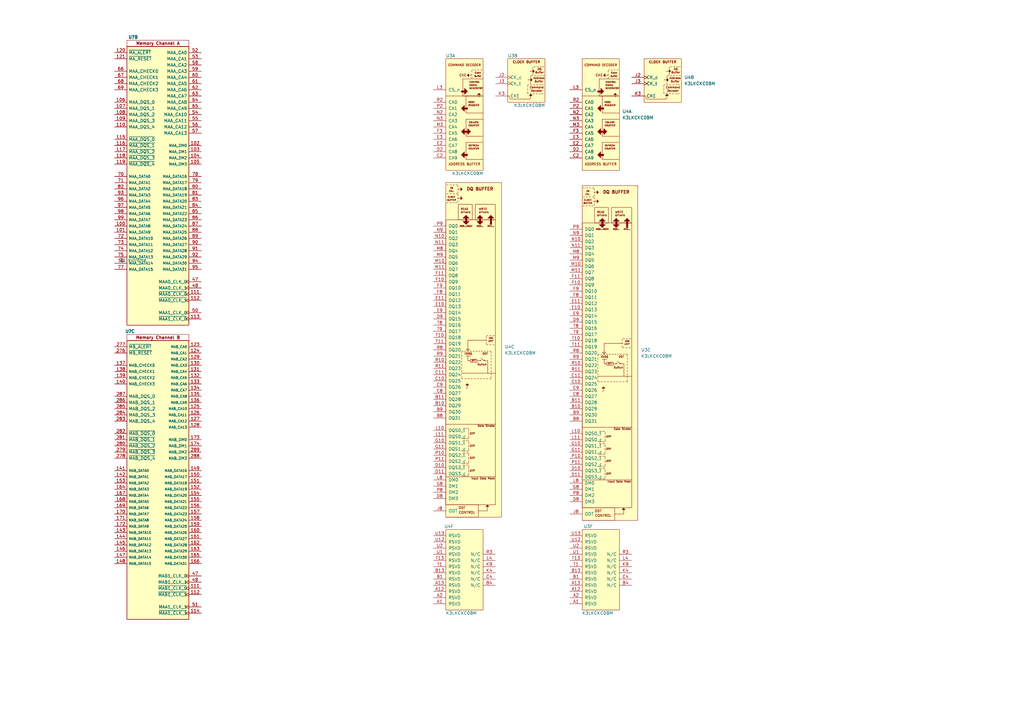
<source format=kicad_sch>
(kicad_sch (version 20230121) (generator eeschema)
  (paper "A3")
  (title_block (date "2023-05-06") (rev "A-A"))
  (lib_symbols
    (symbol "LRJ-parts:AMD_Z1_extreme_testpins" (pin_names (offset 0.7))
      (property "Reference" "U" (at -15.24 91.44 0))
      (property "Value" "Z1 extreme" (at -10.16 88.9 0))
      (symbol "AMD_Z1_extreme_testpins_1_0"
        (pin output line (at -17.78 30.48 0) (length 5.08) (name "~{ALERT}") (number "1"))
        (pin bidirectional line (at -17.78 25.4 0) (length 5.08) (name "E_GPIO") (number "21"))
        (pin input line (at -17.78 -12.7 0) (length 5.08) (name "FANIN0") (number "22"))
        (pin input line (at -17.78 -30.48 0) (length 5.08) (name "~{TRST}") (number "229"))
        (pin output line (at 17.78 -12.7 180) (length 5.08) (name "FANOUT0") (number "23"))
        (pin passive line (at -17.78 5.08 0) (length 5.08) (name "FP8R1") (number "24"))
        (pin output clock (at 17.78 35.56 180) (length 5.08) (name "GPP_CLK0+") (number "25"))
        (pin output clock (at 17.78 33.02 180) (length 5.08) (name "GPP_CLK0-") (number "25"))
        (pin output clock (at 17.78 30.48 180) (length 5.08) (name "GPP_CLK1+") (number "25"))
        (pin output clock (at 17.78 27.94 180) (length 5.08) (name "GPP_CLK1-") (number "25"))
        (pin output clock (at 17.78 25.4 180) (length 5.08) (name "GPP_CLK2+") (number "25"))
        (pin output clock (at 17.78 22.86 180) (length 5.08) (name "GPP_CLK2-") (number "25"))
        (pin output clock (at 17.78 20.32 180) (length 5.08) (name "GPP_CLK3+") (number "25"))
        (pin output clock (at 17.78 17.78 180) (length 5.08) (name "GPP_CLK3-") (number "25"))
        (pin output clock (at 17.78 15.24 180) (length 5.08) (name "GPP_CLK4+") (number "25"))
        (pin output clock (at 17.78 12.7 180) (length 5.08) (name "GPP_CLK4-") (number "25"))
        (pin output clock (at 17.78 10.16 180) (length 5.08) (name "GPP_CLK5+") (number "25"))
        (pin output clock (at 17.78 7.62 180) (length 5.08) (name "GPP_CLK5-") (number "25"))
        (pin input line (at -17.78 7.62 0) (length 5.08) (name "~{RSMRST}") (number "26"))
        (pin no_connect line (at 17.78 -17.78 180) (length 5.08) (name "RSVD") (number "27"))
        (pin output clock (at 17.78 0 180) (length 5.08) (name "RTCCLK") (number "28"))
        (pin bidirectional line (at -17.78 22.86 0) (length 5.08) (name "S0A3_GPIO") (number "29"))
        (pin output line (at -17.78 17.78 0) (length 5.08) (name "SIC") (number "30"))
        (pin bidirectional line (at -17.78 20.32 0) (length 5.08) (name "SID") (number "31"))
        (pin input clock (at -17.78 -17.78 0) (length 5.08) (name "SVC") (number "34"))
        (pin bidirectional line (at 17.78 -20.32 180) (length 5.08) (name "SVD") (number "35"))
        (pin input line (at -17.78 -20.32 0) (length 5.08) (name "SVT") (number "36"))
        (pin input line (at -17.78 33.02 0) (length 5.08) (name "~{SYS_RESET}") (number "37"))
        (pin input line (at -17.78 -27.94 0) (length 5.08) (name "TEST") (number "38"))
        (pin output line (at -17.78 10.16 0) (length 5.08) (name "~{THERMTRIP}") (number "39"))
        (pin input line (at -17.78 12.7 0) (length 5.08) (name "~{KBRST}") (number "44"))
        (pin input line (at -17.78 15.24 0) (length 5.08) (name "~{PROCHOT}") (number "45"))
        (pin bidirectional line (at -17.78 27.94 0) (length 5.08) (name "A_GPIO") (number "8"))
        (pin output line (at 17.78 -2.54 180) (length 5.08) (name "BLINK") (number "9"))
        (pin output clock (at 17.78 -7.62 180) (length 5.08) (name "X48M_OSC") (number "AK1"))
        (pin input line (at -17.78 -33.02 0) (length 5.08) (name "TDI") (number "AP3"))
        (pin input clock (at -17.78 -35.56 0) (length 5.08) (name "TCK") (number "AR2"))
        (pin input line (at -17.78 -40.64 0) (length 5.08) (name "~{DBREQ}") (number "AT2"))
        (pin output line (at 17.78 -33.02 180) (length 5.08) (name "TDO") (number "AU1"))
        (pin input line (at -17.78 -38.1 0) (length 5.08) (name "TMS") (number "AU3"))
        (pin input line (at -17.78 35.56 0) (length 5.08) (name "~{RESET}") (number "AW3"))
        (pin input clock (at -17.78 0 0) (length 5.08) (name "X32K_X1") (number "AY1"))
        (pin input clock (at -17.78 -2.54 0) (length 5.08) (name "X32K_X2") (number "AY4"))
        (pin input clock (at -17.78 -7.62 0) (length 5.08) (name "X48M_X2") (number "BA5"))
        (pin input clock (at -17.78 -5.08 0) (length 5.08) (name "X48M_X1") (number "BB3"))
      )
      (symbol "AMD_Z1_extreme_testpins_1_1"
        (text "JTAG" (at 0 -24.13 0) (effects (font (size 1.27 1.27) bold)))
        (text "System Control" (at 1.27 39.37 0) (effects (font (size 1.27 1.27) bold)))
      )
      (symbol "AMD_Z1_extreme_testpins_2_0"
        (pin bidirectional line (at -17.78 -17.78 0) (length 5.08) (name "MAA_DATA8") (number "100"))
        (pin bidirectional line (at -17.78 -20.32 0) (length 5.08) (name "MAA_DATA9") (number "101"))
        (pin output line (at 17.78 15.24 180) (length 5.08) (name "MAA_DM0") (number "102"))
        (pin output line (at 17.78 12.7 180) (length 5.08) (name "MAA_DM1") (number "103"))
        (pin output line (at 17.78 10.16 180) (length 5.08) (name "MAA_DM2") (number "104"))
        (pin output line (at 17.78 7.62 180) (length 5.08) (name "MAA_DM3") (number "105"))
        (pin bidirectional line (at -17.78 33.02 0) (length 5.08) (name "MAA_DQS_0") (number "106"))
        (pin bidirectional line (at -17.78 30.48 0) (length 5.08) (name "MAA_DQS_1") (number "107"))
        (pin bidirectional line (at -17.78 27.94 0) (length 5.08) (name "MAA_DQS_2") (number "108"))
        (pin bidirectional line (at -17.78 25.4 0) (length 5.08) (name "MAA_DQS_3") (number "109"))
        (pin bidirectional line (at -17.78 22.86 0) (length 5.08) (name "MAA_DQS_4") (number "110"))
        (pin output clock (at 17.78 -45.72 180) (length 5.08) (name "~{MAA0_CLK_0}") (number "111"))
        (pin output clock (at 17.78 -48.26 180) (length 5.08) (name "~{MAA0_CLK_1}") (number "112"))
        (pin output clock (at 17.78 -55.88 180) (length 5.08) (name "~{MAA1_CLK_0}") (number "113"))
        (pin bidirectional line (at -17.78 17.78 0) (length 5.08) (name "~{MAA_DQS_0}") (number "115"))
        (pin bidirectional line (at -17.78 15.24 0) (length 5.08) (name "~{MAA_DQS_1}") (number "116"))
        (pin bidirectional line (at -17.78 12.7 0) (length 5.08) (name "~{MAA_DQS_2}") (number "117"))
        (pin bidirectional line (at -17.78 10.16 0) (length 5.08) (name "~{MAA_DQS_3}") (number "118"))
        (pin bidirectional line (at -17.78 7.62 0) (length 5.08) (name "~{MAA_DQS_4}") (number "119"))
        (pin input line (at -17.78 53.34 0) (length 5.08) (name "~{MA_ALERT}") (number "120"))
        (pin input line (at -17.78 50.8 0) (length 5.08) (name "~{MA_RESET}") (number "121"))
        (pin output clock (at 17.78 -40.64 180) (length 5.08) (name "MAA0_CLK_0") (number "47"))
        (pin output clock (at 17.78 -43.18 180) (length 5.08) (name "MAA0_CLK_1") (number "48"))
        (pin output clock (at 17.78 -53.34 180) (length 5.08) (name "MAA1_CLK_0") (number "50"))
        (pin output line (at 17.78 53.34 180) (length 5.08) (name "MAA_CA0") (number "52"))
        (pin output line (at 17.78 50.8 180) (length 5.08) (name "MAA_CA1") (number "53"))
        (pin output line (at 17.78 27.94 180) (length 5.08) (name "MAA_CA10") (number "54"))
        (pin output line (at 17.78 25.4 180) (length 5.08) (name "MAA_CA11") (number "55"))
        (pin output line (at 17.78 22.86 180) (length 5.08) (name "MAA_CA12") (number "56"))
        (pin output line (at 17.78 20.32 180) (length 5.08) (name "MAA_CA13") (number "57"))
        (pin output line (at 17.78 48.26 180) (length 5.08) (name "MAA_CA2") (number "58"))
        (pin output line (at 17.78 45.72 180) (length 5.08) (name "MAA_CA3") (number "59"))
        (pin output line (at 17.78 43.18 180) (length 5.08) (name "MAA_CA4") (number "60"))
        (pin output line (at 17.78 40.64 180) (length 5.08) (name "MAA_CA5") (number "61"))
        (pin output line (at 17.78 38.1 180) (length 5.08) (name "MAA_CA6") (number "62"))
        (pin output line (at 17.78 35.56 180) (length 5.08) (name "MAA_CA7") (number "63"))
        (pin output line (at 17.78 33.02 180) (length 5.08) (name "MAA_CA8") (number "64"))
        (pin output line (at 17.78 30.48 180) (length 5.08) (name "MAA_CA9") (number "65"))
        (pin input line (at -17.78 45.72 0) (length 5.08) (name "MAA_CHECK0") (number "66"))
        (pin input line (at -17.78 43.18 0) (length 5.08) (name "MAA_CHECK1") (number "67"))
        (pin input line (at -17.78 40.64 0) (length 5.08) (name "MAA_CHECK2") (number "68"))
        (pin input line (at -17.78 38.1 0) (length 5.08) (name "MAA_CHECK3") (number "69"))
        (pin bidirectional line (at -17.78 2.54 0) (length 5.08) (name "MAA_DATA0") (number "70"))
        (pin bidirectional line (at -17.78 0 0) (length 5.08) (name "MAA_DATA1") (number "71"))
        (pin bidirectional line (at -17.78 -22.86 0) (length 5.08) (name "MAA_DATA10") (number "72"))
        (pin bidirectional line (at -17.78 -25.4 0) (length 5.08) (name "MAA_DATA11") (number "73"))
        (pin bidirectional line (at -17.78 -27.94 0) (length 5.08) (name "MAA_DATA12") (number "74"))
        (pin bidirectional line (at -17.78 -30.48 0) (length 5.08) (name "MAA_DATA13") (number "75"))
        (pin bidirectional line (at -17.78 -33.02 0) (length 5.08) (name "MAA_DATA14") (number "76"))
        (pin bidirectional line (at -17.78 -35.56 0) (length 5.08) (name "MAA_DATA15") (number "77"))
        (pin bidirectional line (at 17.78 2.54 180) (length 5.08) (name "MAA_DATA16") (number "78"))
        (pin bidirectional line (at 17.78 0 180) (length 5.08) (name "MAA_DATA17") (number "79"))
        (pin bidirectional line (at 17.78 -2.54 180) (length 5.08) (name "MAA_DATA18") (number "80"))
        (pin bidirectional line (at 17.78 -5.08 180) (length 5.08) (name "MAA_DATA19") (number "81"))
        (pin bidirectional line (at -17.78 -2.54 0) (length 5.08) (name "MAA_DATA2") (number "82"))
        (pin bidirectional line (at 17.78 -7.62 180) (length 5.08) (name "MAA_DATA20") (number "83"))
        (pin bidirectional line (at 17.78 -10.16 180) (length 5.08) (name "MAA_DATA21") (number "84"))
        (pin bidirectional line (at 17.78 -12.7 180) (length 5.08) (name "MAA_DATA22") (number "85"))
        (pin bidirectional line (at 17.78 -15.24 180) (length 5.08) (name "MAA_DATA23") (number "86"))
        (pin bidirectional line (at 17.78 -17.78 180) (length 5.08) (name "MAA_DATA24") (number "87"))
        (pin bidirectional line (at 17.78 -20.32 180) (length 5.08) (name "MAA_DATA25") (number "88"))
        (pin bidirectional line (at 17.78 -22.86 180) (length 5.08) (name "MAA_DATA26") (number "89"))
        (pin bidirectional line (at 17.78 -25.4 180) (length 5.08) (name "MAA_DATA27") (number "90"))
        (pin bidirectional line (at 17.78 -27.94 180) (length 5.08) (name "MAA_DATA28") (number "91"))
        (pin bidirectional line (at 17.78 -30.48 180) (length 5.08) (name "MAA_DATA29") (number "92"))
        (pin bidirectional line (at -17.78 -5.08 0) (length 5.08) (name "MAA_DATA3") (number "93"))
        (pin bidirectional line (at 17.78 -33.02 180) (length 5.08) (name "MAA_DATA30") (number "94"))
        (pin bidirectional line (at 17.78 -35.56 180) (length 5.08) (name "MAA_DATA31") (number "95"))
        (pin bidirectional line (at -17.78 -7.62 0) (length 5.08) (name "MAA_DATA4") (number "96"))
        (pin bidirectional line (at -17.78 -10.16 0) (length 5.08) (name "MAA_DATA5") (number "97"))
        (pin bidirectional line (at -17.78 -12.7 0) (length 5.08) (name "MAA_DATA6") (number "98"))
        (pin bidirectional line (at -17.78 -15.24 0) (length 5.08) (name "MAA_DATA7") (number "99"))
      )
      (symbol "AMD_Z1_extreme_testpins_2_1"
        (text "Memory Channel A" (at 0 57.15 0) (effects (font (size 1.27 1.27) bold)))
      )
      (symbol "AMD_Z1_extreme_testpins_3_0"
        (pin output clock (at 17.78 -45.72 180) (length 5.08) (name "~{MAB1_CLK_0}") (number "111"))
        (pin output clock (at 17.78 -48.26 180) (length 5.08) (name "~{MAB1_CLK_1}") (number "112"))
        (pin output clock (at 17.78 -55.88 180) (length 5.08) (name "~{MAA1_CLK_1}") (number "114"))
        (pin output line (at 17.78 53.34 180) (length 5.08) (name "MAB_CA0") (number "123"))
        (pin output line (at 17.78 50.8 180) (length 5.08) (name "MAB_CA1") (number "124"))
        (pin output line (at 17.78 27.94 180) (length 5.08) (name "MAB_CA10") (number "125"))
        (pin output line (at 17.78 25.4 180) (length 5.08) (name "MAB_CA11") (number "126"))
        (pin output line (at 17.78 22.86 180) (length 5.08) (name "MAB_CA12") (number "127"))
        (pin output line (at 17.78 20.32 180) (length 5.08) (name "MAB_CA13") (number "128"))
        (pin output line (at 17.78 48.26 180) (length 5.08) (name "MAB_CA2") (number "129"))
        (pin output line (at 17.78 45.72 180) (length 5.08) (name "MAB_CA3") (number "130"))
        (pin output line (at 17.78 43.18 180) (length 5.08) (name "MAB_CA4") (number "131"))
        (pin output line (at 17.78 40.64 180) (length 5.08) (name "MAB_CA5") (number "132"))
        (pin output line (at 17.78 38.1 180) (length 5.08) (name "MAB_CA6") (number "133"))
        (pin output line (at 17.78 35.56 180) (length 5.08) (name "MAB_CA7") (number "134"))
        (pin output line (at 17.78 33.02 180) (length 5.08) (name "MAB_CA8") (number "135"))
        (pin output line (at 17.78 30.48 180) (length 5.08) (name "MAB_CA9") (number "136"))
        (pin input line (at -17.78 45.72 0) (length 5.08) (name "MAB_CHECK0") (number "137"))
        (pin input line (at -17.78 43.18 0) (length 5.08) (name "MAB_CHECK1") (number "138"))
        (pin input line (at -17.78 40.64 0) (length 5.08) (name "MAB_CHECK2") (number "139"))
        (pin input line (at -17.78 38.1 0) (length 5.08) (name "MAB_CHECK3") (number "140"))
        (pin bidirectional line (at -17.78 2.54 0) (length 5.08) (name "MAB_DATA0") (number "141"))
        (pin bidirectional line (at -17.78 0 0) (length 5.08) (name "MAB_DATA1") (number "142"))
        (pin bidirectional line (at -17.78 -22.86 0) (length 5.08) (name "MAB_DATA10") (number "143"))
        (pin bidirectional line (at -17.78 -25.4 0) (length 5.08) (name "MAB_DATA11") (number "144"))
        (pin bidirectional line (at -17.78 -27.94 0) (length 5.08) (name "MAB_DATA12") (number "145"))
        (pin bidirectional line (at -17.78 -30.48 0) (length 5.08) (name "MAB_DATA13") (number "146"))
        (pin bidirectional line (at -17.78 -33.02 0) (length 5.08) (name "MAB_DATA14") (number "147"))
        (pin bidirectional line (at -17.78 -35.56 0) (length 5.08) (name "MAB_DATA15") (number "148"))
        (pin bidirectional line (at 17.78 2.54 180) (length 5.08) (name "MAB_DATA16") (number "149"))
        (pin bidirectional line (at 17.78 0 180) (length 5.08) (name "MAB_DATA17") (number "150"))
        (pin bidirectional line (at 17.78 -2.54 180) (length 5.08) (name "MAB_DATA18") (number "151"))
        (pin bidirectional line (at 17.78 -5.08 180) (length 5.08) (name "MAB_DATA19") (number "152"))
        (pin bidirectional line (at -17.78 -2.54 0) (length 5.08) (name "MAB_DATA2") (number "153"))
        (pin bidirectional line (at 17.78 -7.62 180) (length 5.08) (name "MAB_DATA20") (number "154"))
        (pin bidirectional line (at 17.78 -10.16 180) (length 5.08) (name "MAB_DATA21") (number "155"))
        (pin bidirectional line (at 17.78 -12.7 180) (length 5.08) (name "MAB_DATA22") (number "156"))
        (pin bidirectional line (at 17.78 -15.24 180) (length 5.08) (name "MAB_DATA23") (number "157"))
        (pin bidirectional line (at 17.78 -17.78 180) (length 5.08) (name "MAB_DATA24") (number "158"))
        (pin bidirectional line (at 17.78 -20.32 180) (length 5.08) (name "MAB_DATA25") (number "159"))
        (pin bidirectional line (at 17.78 -22.86 180) (length 5.08) (name "MAB_DATA26") (number "160"))
        (pin bidirectional line (at 17.78 -25.4 180) (length 5.08) (name "MAB_DATA27") (number "161"))
        (pin bidirectional line (at 17.78 -27.94 180) (length 5.08) (name "MAB_DATA28") (number "162"))
        (pin bidirectional line (at 17.78 -30.48 180) (length 5.08) (name "MAB_DATA29") (number "163"))
        (pin bidirectional line (at -17.78 -5.08 0) (length 5.08) (name "MAB_DATA3") (number "164"))
        (pin bidirectional line (at 17.78 -33.02 180) (length 5.08) (name "MAB_DATA30") (number "165"))
        (pin bidirectional line (at 17.78 -35.56 180) (length 5.08) (name "MAB_DATA31") (number "166"))
        (pin bidirectional line (at -17.78 -7.62 0) (length 5.08) (name "MAB_DATA4") (number "167"))
        (pin bidirectional line (at -17.78 -10.16 0) (length 5.08) (name "MAB_DATA5") (number "168"))
        (pin bidirectional line (at -17.78 -12.7 0) (length 5.08) (name "MAB_DATA6") (number "169"))
        (pin bidirectional line (at -17.78 -15.24 0) (length 5.08) (name "MAB_DATA7") (number "170"))
        (pin bidirectional line (at -17.78 -17.78 0) (length 5.08) (name "MAB_DATA8") (number "171"))
        (pin bidirectional line (at -17.78 -20.32 0) (length 5.08) (name "MAB_DATA9") (number "172"))
        (pin output line (at 17.78 15.24 180) (length 5.08) (name "MAB_DM0") (number "173"))
        (pin output line (at 17.78 12.7 180) (length 5.08) (name "MAB_DM1") (number "174"))
        (pin input line (at -17.78 50.8 0) (length 5.08) (name "~{MB_RESET}") (number "276"))
        (pin input line (at -17.78 53.34 0) (length 5.08) (name "~{MB_ALERT}") (number "277"))
        (pin bidirectional line (at -17.78 7.62 0) (length 5.08) (name "~{MAB_DQS_4}") (number "278"))
        (pin bidirectional line (at -17.78 10.16 0) (length 5.08) (name "~{MAB_DQS_3}") (number "279"))
        (pin bidirectional line (at -17.78 12.7 0) (length 5.08) (name "~{MAB_DQS_2}") (number "280"))
        (pin bidirectional line (at -17.78 15.24 0) (length 5.08) (name "~{MAB_DQS_1}") (number "281"))
        (pin bidirectional line (at -17.78 17.78 0) (length 5.08) (name "~{MAB_DQS_0}") (number "282"))
        (pin bidirectional line (at -17.78 22.86 0) (length 5.08) (name "MAB_DQS_4") (number "283"))
        (pin bidirectional line (at -17.78 25.4 0) (length 5.08) (name "MAB_DQS_3") (number "284"))
        (pin bidirectional line (at -17.78 27.94 0) (length 5.08) (name "MAB_DQS_2") (number "285"))
        (pin bidirectional line (at -17.78 30.48 0) (length 5.08) (name "MAB_DQS_1") (number "286"))
        (pin bidirectional line (at -17.78 33.02 0) (length 5.08) (name "MAB_DQS_0") (number "287"))
        (pin output line (at 17.78 7.62 180) (length 5.08) (name "MAB_DM3") (number "288"))
        (pin output line (at 17.78 10.16 180) (length 5.08) (name "MAB_DM2") (number "289"))
        (pin output clock (at 17.78 -40.64 180) (length 5.08) (name "MAB1_CLK_0") (number "47"))
        (pin output clock (at 17.78 -43.18 180) (length 5.08) (name "MAB1_CLK_1") (number "48"))
        (pin output clock (at 17.78 -53.34 180) (length 5.08) (name "MAA1_CLK_1") (number "51"))
      )
      (symbol "AMD_Z1_extreme_testpins_3_1"
        (text "Memory Channel B" (at 0 57.15 0) (effects (font (size 1.27 1.27) bold)))
      )
      (symbol "AMD_Z1_extreme_testpins_4_0"
        (pin input line (at -20.32 -27.94 0) (length 5.08) (name "USB1_RX+") (number "175"))
        (pin input line (at -20.32 38.1 0) (length 5.08) (name "USBC0_RX1+") (number "176"))
        (pin input line (at -20.32 35.56 0) (length 5.08) (name "USBC0_RX1-") (number "177"))
        (pin input line (at -20.32 33.02 0) (length 5.08) (name "USBC0_RX2+") (number "178"))
        (pin input line (at -20.32 30.48 0) (length 5.08) (name "USBC0_RX2-") (number "179"))
        (pin input line (at -20.32 27.94 0) (length 5.08) (name "USBC0_SBRX") (number "180"))
        (pin output line (at 20.32 27.94 180) (length 5.08) (name "USBC0_SBTX") (number "181"))
        (pin output line (at 20.32 38.1 180) (length 5.08) (name "USBC0_TX1+") (number "182"))
        (pin output line (at 20.32 35.56 180) (length 5.08) (name "USBC0_TX1-") (number "183"))
        (pin output line (at 20.32 33.02 180) (length 5.08) (name "USBC0_TX2+") (number "184"))
        (pin output line (at 20.32 30.48 180) (length 5.08) (name "USBC0_TX2-") (number "185"))
        (pin input line (at -20.32 22.86 0) (length 5.08) (name "USBC1_RX1+") (number "186"))
        (pin input line (at -20.32 20.32 0) (length 5.08) (name "USBC1_RX1-") (number "187"))
        (pin input line (at -20.32 17.78 0) (length 5.08) (name "USBC1_RX2+") (number "188"))
        (pin input line (at -20.32 15.24 0) (length 5.08) (name "USBC1_RX2-") (number "189"))
        (pin input line (at -20.32 12.7 0) (length 5.08) (name "USBC1_SBRX") (number "190"))
        (pin output line (at 20.32 12.7 180) (length 5.08) (name "USBC1_SBTX") (number "191"))
        (pin output line (at 20.32 22.86 180) (length 5.08) (name "USBC1_TX1+") (number "192"))
        (pin output line (at 20.32 20.32 180) (length 5.08) (name "USBC1_TX1-") (number "193"))
        (pin output line (at 20.32 17.78 180) (length 5.08) (name "USBC1_TX2+") (number "194"))
        (pin output line (at 20.32 15.24 180) (length 5.08) (name "USBC1_TX2-") (number "195"))
        (pin unspecified clock (at -20.32 5.08 0) (length 5.08) (name "USBC_I2C_SCL") (number "196"))
        (pin bidirectional line (at -20.32 7.62 0) (length 5.08) (name "USBC_I2C_SDA") (number "197"))
        (pin output line (at 20.32 7.62 180) (length 5.08) (name "USBC_PD_INT") (number "198"))
        (pin input line (at -20.32 -2.54 0) (length 5.08) (name "USB_BIOS_UPDATE") (number "199"))
        (pin input line (at -20.32 -5.08 0) (length 5.08) (name "~{USB_OC0}") (number "200"))
        (pin input line (at -20.32 -20.32 0) (length 5.08) (name "~{USB_OC1}") (number "201"))
        (pin input line (at -20.32 -38.1 0) (length 5.08) (name "~{USB_OC2}") (number "202"))
        (pin input line (at 20.32 -12.7 180) (length 5.08) (name "USB0_TX+") (number "214"))
        (pin bidirectional line (at -20.32 -40.64 0) (length 5.08) (name "USB2_D+") (number "265"))
        (pin bidirectional line (at -20.32 -7.62 0) (length 5.08) (name "USB0_D+") (number "266"))
        (pin bidirectional line (at -20.32 -43.18 0) (length 5.08) (name "USB2_D-") (number "267"))
        (pin bidirectional line (at -20.32 -10.16 0) (length 5.08) (name "USB0_D-") (number "268"))
        (pin input line (at -20.32 -12.7 0) (length 5.08) (name "USB0_RX+") (number "269"))
        (pin input line (at -20.32 -15.24 0) (length 5.08) (name "USB0_RX-") (number "270"))
        (pin output line (at 20.32 -15.24 180) (length 5.08) (name "USB0_TX-") (number "271"))
        (pin bidirectional line (at -20.32 -22.86 0) (length 5.08) (name "USB1_D+") (number "272"))
        (pin bidirectional line (at -20.32 -25.4 0) (length 5.08) (name "USB1_D-") (number "273"))
        (pin input line (at -20.32 -30.48 0) (length 5.08) (name "USB1_RX-") (number "290"))
        (pin input line (at 20.32 -27.94 180) (length 5.08) (name "USB1_TX+") (number "291"))
        (pin input line (at 20.32 -30.48 180) (length 5.08) (name "USB1_TX-") (number "292"))
      )
      (symbol "AMD_Z1_extreme_testpins_4_1"
        (text "USB 2.0" (at 0 -34.29 0) (effects (font (size 1.27 1.27) bold)))
        (text "USB 3.1" (at 0 1.27 0) (effects (font (size 1.27 1.27) bold)))
        (text "USB 4.0" (at 0 41.91 0) (effects (font (size 1.27 1.27) bold)))
      )
      (symbol "AMD_Z1_extreme_testpins_5_0"
        (pin input line (at -17.78 -5.08 0) (length 5.08) (name "~{ESPI_ALERT}") (number "203"))
        (pin output line (at 15.24 7.62 180) (length 5.08) (name "ESPI_CLK") (number "204"))
        (pin input line (at -17.78 -2.54 0) (length 5.08) (name "~{ESPI_CS}") (number "205"))
        (pin input line (at -17.78 -7.62 0) (length 5.08) (name "~{ESPI_RESET}") (number "207"))
        (pin input clock (at -17.78 -17.78 0) (length 5.08) (name "I^{2}C1_SCL") (number "210"))
        (pin bidirectional line (at 15.24 -15.24 180) (length 5.08) (name "I^{2}C0_SDA") (number "211"))
        (pin bidirectional line (at 15.24 -17.78 180) (length 5.08) (name "I^{2}C1_SDA") (number "211"))
        (pin input line (at -17.78 17.78 0) (length 5.08) (name "~{SPI1_CS1}") (number "215"))
        (pin bidirectional line (at -17.78 22.86 0) (length 5.08) (name "SPI1_DAT0") (number "216"))
        (pin bidirectional line (at -17.78 20.32 0) (length 5.08) (name "SPI1_DAT1") (number "217"))
        (pin bidirectional line (at 15.24 22.86 180) (length 5.08) (name "SPI1_DAT2") (number "218"))
        (pin bidirectional line (at 15.24 20.32 180) (length 5.08) (name "SPI1_DAT3") (number "218"))
        (pin input line (at -17.78 10.16 0) (length 5.08) (name "SPI_ROM_GNT") (number "219"))
        (pin output line (at 15.24 10.16 180) (length 5.08) (name "SPI_ROM_REQ") (number "220"))
        (pin input line (at -17.78 12.7 0) (length 5.08) (name "~{SPI_TPM_CS}") (number "221"))
        (pin output clock (at -17.78 25.4 0) (length 5.08) (name "SPI1_CLK") (number "274"))
        (pin input line (at -17.78 15.24 0) (length 5.08) (name "~{SPI1_CS2}") (number "302"))
        (pin bidirectional line (at -17.78 7.62 0) (length 5.08) (name "ESPI_DAT0") (number "308"))
        (pin bidirectional line (at -17.78 5.08 0) (length 5.08) (name "ESPI_DAT1") (number "309"))
        (pin bidirectional line (at -17.78 2.54 0) (length 5.08) (name "ESPI_DAT2") (number "310"))
        (pin bidirectional line (at -17.78 0 0) (length 5.08) (name "ESPI_DAT3") (number "311"))
        (pin bidirectional line (at 15.24 -25.4 180) (length 5.08) (name "SMbus0_SDA") (number "BB20"))
        (pin input clock (at -17.78 -27.94 0) (length 5.08) (name "SMbus1_SCL") (number "BB5"))
        (pin bidirectional line (at 15.24 -27.94 180) (length 5.08) (name "SMbus1_SDA") (number "BC20"))
        (pin input clock (at -17.78 -25.4 0) (length 5.08) (name "SMbus0_SCL") (number "BC22"))
        (pin input clock (at -17.78 -15.24 0) (length 5.08) (name "I^{2}C0_SCL") (number "BD20"))
      )
      (symbol "AMD_Z1_extreme_testpins_5_1"
        (text ", I^{2}C & GPIO" (at 2.54 -21.59 0) (effects (font (size 1.27 1.27))))
        (text ", I^{3}C & GPIO" (at 1.27 -11.43 0) (effects (font (size 1.27 1.27))))
        (text "I^{2}C" (at -6.35 -11.43 0) (effects (font (size 1.27 1.27) bold)))
        (text "SMbus" (at -6.35 -21.59 0) (effects (font (size 1.27 1.27) bold)))
        (text "SPI" (at -1.27 29.21 0) (effects (font (size 1.27 1.27) bold)))
      )
      (symbol "AMD_Z1_extreme_testpins_6_0"
        (pin input line (at -25.4 -2.54 0) (length 5.08) (name "~{PWR_BTN}") (number "230"))
        (pin input line (at -25.4 -20.32 0) (length 5.08) (name "PWR_GOOD") (number "231"))
        (pin power_in line (at 5.08 38.1 270) (length 5.08) (name "VDDBT_RTC_G") (number "232"))
        (pin power_in line (at -12.7 38.1 270) (length 5.08) (name "VDDCR") (number "233"))
        (pin input line (at -25.4 15.24 0) (length 5.08) (name "VDDCR_SENSE") (number "234"))
        (pin power_in line (at -10.16 38.1 270) (length 5.08) (name "VDDCR_SOC") (number "235"))
        (pin input line (at -25.4 12.7 0) (length 5.08) (name "VDDCR_SOC_SENSE") (number "236"))
        (pin input line (at -25.4 17.78 0) (length 5.08) (name "VDDIO_MEM_S3_SENSE") (number "239"))
        (pin power_in line (at -2.54 38.1 270) (length 5.08) (name "VDD_18") (number "240"))
        (pin power_in line (at 0 38.1 270) (length 5.08) (name "VDD_18_S5") (number "241"))
        (pin power_in line (at -7.62 38.1 270) (length 5.08) (name "VDD_33") (number "242"))
        (pin power_in line (at -5.08 38.1 270) (length 5.08) (name "VDD_33_S5") (number "243"))
        (pin power_in line (at 10.16 38.1 270) (length 5.08) (name "VDD_MISC") (number "244"))
        (pin power_in line (at 2.54 38.1 270) (length 5.08) (name "VDD_MISC_S5") (number "245"))
        (pin input line (at -25.4 7.62 0) (length 5.08) (name "VDD_MISC_S5_SENSE") (number "246"))
        (pin input line (at -25.4 10.16 0) (length 5.08) (name "VDD_MISC_SENSE") (number "247"))
        (pin input line (at -25.4 -25.4 0) (length 5.08) (name "VSS_SENSE_A") (number "253"))
        (pin input line (at -25.4 -27.94 0) (length 5.08) (name "VSS_SENSE_B") (number "254"))
        (pin input line (at -25.4 2.54 0) (length 5.08) (name "~{SLP_S3}") (number "32"))
        (pin input line (at -25.4 0 0) (length 5.08) (name "~{SLP_S5}") (number "32"))
        (pin passive line (at -17.78 -53.34 90) (length 5.08) hide (name "Vss") (number "A10"))
        (pin passive line (at -17.78 -53.34 90) (length 5.08) hide (name "Vss") (number "A12"))
        (pin passive line (at -17.78 -53.34 90) (length 5.08) hide (name "Vss") (number "A14"))
        (pin passive line (at -17.78 -53.34 90) (length 5.08) hide (name "Vss") (number "A16"))
        (pin power_in line (at -17.78 -53.34 90) (length 5.08) (name "Vss") (number "A3"))
        (pin passive line (at -17.78 -53.34 90) (length 5.08) hide (name "Vss") (number "A5"))
        (pin passive line (at -17.78 -53.34 90) (length 5.08) hide (name "Vss") (number "A7"))
        (pin power_in line (at 17.78 38.1 270) (length 5.08) (name "VDDIO_MEM_S3") (number "AC20"))
        (pin passive line (at 20.32 38.1 270) (length 5.08) hide (name "VDDIO_MEM_S3") (number "AC28"))
        (pin passive line (at 20.32 38.1 270) (length 5.08) hide (name "VDDIO_MEM_S3") (number "AD28"))
        (pin passive line (at 17.78 38.1 270) (length 5.08) hide (name "VDDIO_MEM_S3") (number "AE20"))
        (pin power_in line (at 20.32 38.1 270) (length 5.08) (name "VDDIO_MEM_S3") (number "AE28"))
        (pin passive line (at 20.32 38.1 270) (length 5.08) hide (name "VDDIO_MEM_S3") (number "AF28"))
        (pin passive line (at 17.78 38.1 270) (length 5.08) hide (name "VDDIO_MEM_S3") (number "AG20"))
        (pin power_in line (at 22.86 38.1 270) (length 5.08) (name "VDDIO_MEM_S3") (number "AG28"))
        (pin passive line (at 17.78 38.1 270) (length 5.08) hide (name "VDDIO_MEM_S3") (number "AJ20"))
        (pin passive line (at 22.86 38.1 270) (length 5.08) hide (name "VDDIO_MEM_S3") (number "AJ28"))
        (pin passive line (at 22.86 38.1 270) (length 5.08) hide (name "VDDIO_MEM_S3") (number "AK28"))
        (pin passive line (at 22.86 38.1 270) (length 5.08) hide (name "VDDIO_MEM_S3") (number "AL28"))
        (pin power_in line (at 25.4 38.1 270) (length 5.08) (name "VDDIO_MEM_S3") (number "AM28"))
        (pin passive line (at 25.4 38.1 270) (length 5.08) hide (name "VDDIO_MEM_S3") (number "AN28"))
        (pin passive line (at 25.4 38.1 270) (length 5.08) hide (name "VDDIO_MEM_S3") (number "AP28"))
        (pin power_in line (at 12.7 38.1 270) (length 5.08) (name "VDDIO_AUDIO") (number "AP9"))
        (pin passive line (at -7.62 -53.34 90) (length 5.08) hide (name "Vss") (number "AY10"))
        (pin passive line (at -7.62 -53.34 90) (length 5.08) hide (name "Vss") (number "AY11"))
        (pin passive line (at -7.62 -53.34 90) (length 5.08) hide (name "Vss") (number "AY12"))
        (pin passive line (at -7.62 -53.34 90) (length 5.08) hide (name "Vss") (number "AY13"))
        (pin passive line (at -7.62 -53.34 90) (length 5.08) hide (name "Vss") (number "AY14"))
        (pin passive line (at -7.62 -53.34 90) (length 5.08) hide (name "Vss") (number "AY15"))
        (pin passive line (at -7.62 -53.34 90) (length 5.08) hide (name "Vss") (number "AY16"))
        (pin power_in line (at -7.62 -53.34 90) (length 5.08) (name "Vss") (number "AY6"))
        (pin passive line (at -7.62 -53.34 90) (length 5.08) hide (name "Vss") (number "AY7"))
        (pin passive line (at -7.62 -53.34 90) (length 5.08) hide (name "Vss") (number "AY8"))
        (pin input line (at -25.4 -5.08 0) (length 5.08) (name "~{WAKE0}") (number "B28"))
        (pin input line (at -25.4 -7.62 0) (length 5.08) (name "~{WAKE1}") (number "B28"))
        (pin input line (at -25.4 -10.16 0) (length 5.08) (name "~{WAKE2}") (number "B28"))
        (pin input line (at -25.4 -12.7 0) (length 5.08) (name "~{WAKE3}") (number "B28"))
        (pin input line (at -25.4 -15.24 0) (length 5.08) (name "~{WAKE4}") (number "B28"))
        (pin input line (at -25.4 -17.78 0) (length 5.08) (name "~{WAKE5}") (number "B28"))
        (pin power_in line (at -5.08 -53.34 90) (length 5.08) (name "Vss") (number "BD10"))
        (pin passive line (at -5.08 -53.34 90) (length 5.08) hide (name "Vss") (number "BD12"))
        (pin passive line (at -5.08 -53.34 90) (length 5.08) hide (name "Vss") (number "BD14"))
        (pin passive line (at -5.08 -53.34 90) (length 5.08) hide (name "Vss") (number "BD16"))
        (pin passive line (at -2.54 -53.34 90) (length 5.08) hide (name "Vss") (number "BD19"))
        (pin passive line (at -2.54 -53.34 90) (length 5.08) hide (name "Vss") (number "BD21"))
        (pin power_in line (at -2.54 -53.34 90) (length 5.08) (name "Vss") (number "BD23"))
        (pin passive line (at -2.54 -53.34 90) (length 5.08) hide (name "Vss") (number "BD26"))
        (pin passive line (at -5.08 -53.34 90) (length 5.08) hide (name "Vss") (number "BD3"))
        (pin passive line (at -2.54 -53.34 90) (length 5.08) hide (name "Vss") (number "BD30"))
        (pin passive line (at -5.08 -53.34 90) (length 5.08) hide (name "Vss") (number "BD7"))
        (pin passive line (at -17.78 -53.34 90) (length 5.08) hide (name "Vss") (number "C10"))
        (pin passive line (at -17.78 -53.34 90) (length 5.08) hide (name "Vss") (number "C3"))
        (pin passive line (at -15.24 -53.34 90) (length 5.08) hide (name "Vss") (number "E10"))
        (pin passive line (at -15.24 -53.34 90) (length 5.08) hide (name "Vss") (number "E11"))
        (pin passive line (at -15.24 -53.34 90) (length 5.08) hide (name "Vss") (number "E12"))
        (pin passive line (at -15.24 -53.34 90) (length 5.08) hide (name "Vss") (number "E13"))
        (pin passive line (at -15.24 -53.34 90) (length 5.08) hide (name "Vss") (number "E14"))
        (pin passive line (at -15.24 -53.34 90) (length 5.08) hide (name "Vss") (number "E15"))
        (pin passive line (at -15.24 -53.34 90) (length 5.08) hide (name "Vss") (number "E16"))
        (pin power_in line (at -15.24 -53.34 90) (length 5.08) (name "Vss") (number "E7"))
        (pin passive line (at -15.24 -53.34 90) (length 5.08) hide (name "Vss") (number "E8"))
        (pin passive line (at -15.24 -53.34 90) (length 5.08) hide (name "Vss") (number "E9"))
        (pin passive line (at -12.7 -53.34 90) (length 5.08) hide (name "Vss") (number "F5"))
        (pin power_in line (at -12.7 -53.34 90) (length 5.08) (name "Vss") (number "G1"))
        (pin passive line (at -12.7 -53.34 90) (length 5.08) hide (name "Vss") (number "G16"))
        (pin passive line (at -12.7 -53.34 90) (length 5.08) hide (name "Vss") (number "G3"))
        (pin passive line (at -12.7 -53.34 90) (length 5.08) hide (name "Vss") (number "G5"))
        (pin passive line (at -10.16 -53.34 90) (length 5.08) hide (name "Vss") (number "H13"))
        (pin passive line (at -10.16 -53.34 90) (length 5.08) hide (name "Vss") (number "H5"))
        (pin power_in line (at -10.16 -53.34 90) (length 5.08) (name "Vss") (number "K1"))
        (pin passive line (at -10.16 -53.34 90) (length 5.08) hide (name "Vss") (number "K16"))
        (pin passive line (at -10.16 -53.34 90) (length 5.08) hide (name "Vss") (number "K3"))
        (pin passive line (at -10.16 -53.34 90) (length 5.08) hide (name "Vss") (number "K5"))
        (pin passive line (at -10.16 -53.34 90) (length 5.08) hide (name "Vss") (number "L13"))
        (pin passive line (at -10.16 -53.34 90) (length 5.08) hide (name "Vss") (number "L15"))
        (pin passive line (at -10.16 -53.34 90) (length 5.08) hide (name "Vss") (number "L5"))
      )
      (symbol "AMD_Z1_extreme_testpins_6_1"
        (text "A" (at -13.97 -32.131 0) (effects (font (size 0.33 0.33))))
        (text "K" (at -14.605 -35.56 0) (effects (font (size 0.33 0.33))))
      )
      (symbol "AMD_Z1_extreme_testpins_7_0"
        (pin output line (at 20.32 68.58 180) (length 5.08) (name "~{PCIe_CLK_REQ5}") (number "248"))
        (pin output line (at 20.32 71.12 180) (length 5.08) (name "~{PCIe_CLK_REQ4}") (number "249"))
        (pin output line (at 20.32 73.66 180) (length 5.08) (name "~{PCIe_CLK_REQ3}") (number "250"))
        (pin output line (at 20.32 76.2 180) (length 5.08) (name "~{PCIe_CLK_REQ2}") (number "251"))
        (pin output line (at 20.32 78.74 180) (length 5.08) (name "~{PCIe_CLK_REQ1}") (number "252"))
        (pin output line (at 20.32 81.28 180) (length 5.08) (name "~{PCIe_CLK_REQ0}") (number "255"))
        (pin output line (at 20.32 63.5 180) (length 5.08) (name "~{PCIE_RST0}") (number "260"))
        (pin input line (at -20.32 58.42 0) (length 5.08) (name "PCIE_RX0+") (number "A18"))
        (pin input line (at -20.32 50.8 0) (length 5.08) (name "PCIE_RX1+") (number "A19"))
        (pin input line (at -20.32 43.18 0) (length 5.08) (name "PCIE_RX2+") (number "A20"))
        (pin input line (at -20.32 35.56 0) (length 5.08) (name "PCIE_RX3+") (number "A21"))
        (pin input line (at -20.32 27.94 0) (length 5.08) (name "PCIE_RX4+") (number "A22"))
        (pin input line (at -20.32 20.32 0) (length 5.08) (name "PCIE_RX5+") (number "A23"))
        (pin input line (at -20.32 12.7 0) (length 5.08) (name "PCIE_RX6+") (number "A24"))
        (pin input line (at -20.32 5.08 0) (length 5.08) (name "PCIE_RX7+") (number "A25"))
        (pin input line (at -20.32 -2.54 0) (length 5.08) (name "PCIE_RX8+") (number "A266"))
        (pin input line (at -20.32 -10.16 0) (length 5.08) (name "PCIE_RX9+") (number "A27"))
        (pin input line (at -20.32 -17.78 0) (length 5.08) (name "PCIE_RX10+") (number "A28"))
        (pin input line (at -20.32 -25.4 0) (length 5.08) (name "PCIE_RX11+") (number "A29"))
        (pin input line (at -20.32 -33.02 0) (length 5.08) (name "PCIE_RX12+") (number "A300"))
        (pin input line (at -20.32 -40.64 0) (length 5.08) (name "PCIE_RX13+") (number "A31"))
        (pin input line (at -20.32 -48.26 0) (length 5.08) (name "PCIE_RX14+") (number "A32"))
        (pin input line (at -20.32 -55.88 0) (length 5.08) (name "PCIE_RX15+") (number "A33"))
        (pin input line (at -20.32 -63.5 0) (length 5.08) (name "PCIE_RX16+") (number "A34"))
        (pin input line (at -20.32 -71.12 0) (length 5.08) (name "PCIE_RX17+") (number "A35"))
        (pin input line (at -20.32 -78.74 0) (length 5.08) (name "PCIE_RX18+") (number "A36"))
        (pin input line (at -20.32 -86.36 0) (length 5.08) (name "PCIE_RX19+") (number "A37"))
        (pin input line (at -20.32 55.88 0) (length 5.08) (name "PCIE_RX0-") (number "B18"))
        (pin input line (at -20.32 48.26 0) (length 5.08) (name "PCIE_RX1-") (number "B19"))
        (pin input line (at -20.32 40.64 0) (length 5.08) (name "PCIE_RX2-") (number "B20"))
        (pin input line (at -20.32 33.02 0) (length 5.08) (name "PCIE_RX3-") (number "B21"))
        (pin input line (at -20.32 25.4 0) (length 5.08) (name "PCIE_RX4-") (number "B22"))
        (pin input line (at -20.32 17.78 0) (length 5.08) (name "PCIE_RX5-") (number "B23"))
        (pin input line (at -20.32 10.16 0) (length 5.08) (name "PCIE_RX6-") (number "B24"))
        (pin input line (at -20.32 2.54 0) (length 5.08) (name "PCIE_RX7-") (number "B25"))
        (pin input line (at -20.32 -5.08 0) (length 5.08) (name "PCIE_RX8-") (number "B26"))
        (pin input line (at -20.32 -12.7 0) (length 5.08) (name "PCIE_RX9-") (number "B27"))
        (pin input line (at -20.32 -20.32 0) (length 5.08) (name "PCIE_RX10-") (number "B28"))
        (pin input line (at -20.32 -27.94 0) (length 5.08) (name "PCIE_RX11-") (number "B29"))
        (pin input line (at -20.32 -35.56 0) (length 5.08) (name "PCIE_RX12-") (number "B30"))
        (pin input line (at -20.32 -43.18 0) (length 5.08) (name "PCIE_RX13-") (number "B31"))
        (pin input line (at -20.32 -50.8 0) (length 5.08) (name "PCIE_RX14-") (number "B32"))
        (pin input line (at -20.32 -58.42 0) (length 5.08) (name "PCIE_RX15-") (number "B33"))
        (pin input line (at -20.32 -66.04 0) (length 5.08) (name "PCIE_RX16-") (number "B34"))
        (pin input line (at -20.32 -73.66 0) (length 5.08) (name "PCIE_RX17-") (number "B35"))
        (pin input line (at -20.32 -81.28 0) (length 5.08) (name "PCIE_RX18-") (number "B36"))
        (pin input line (at -20.32 -88.9 0) (length 5.08) (name "PCIE_RX19-") (number "B37"))
        (pin output line (at 20.32 58.42 180) (length 5.08) (name "PCIe_TX0+") (number "C18"))
        (pin output line (at 20.32 50.8 180) (length 5.08) (name "PCIe_TX1+") (number "C19"))
        (pin output line (at 20.32 43.18 180) (length 5.08) (name "PCIe_TX2+") (number "C20"))
        (pin output line (at 20.32 35.56 180) (length 5.08) (name "PCIe_TX3+") (number "C21"))
        (pin output line (at 20.32 27.94 180) (length 5.08) (name "PCIe_TX4+") (number "C22"))
        (pin output line (at 20.32 20.32 180) (length 5.08) (name "PCIe_TX5+") (number "C23"))
        (pin output line (at 20.32 12.7 180) (length 5.08) (name "PCIe_TX6+") (number "C24"))
        (pin output line (at 20.32 5.08 180) (length 5.08) (name "PCIe_TX7+") (number "C25"))
        (pin output line (at 20.32 -2.54 180) (length 5.08) (name "PCIe_TX8+") (number "C26"))
        (pin output line (at 20.32 -10.16 180) (length 5.08) (name "PCIe_TX9+") (number "C27"))
        (pin output line (at 20.32 -17.78 180) (length 5.08) (name "PCIe_TX10+") (number "C28"))
        (pin output line (at 20.32 -25.4 180) (length 5.08) (name "PCIe_TX11+") (number "C29"))
        (pin output line (at 20.32 -33.02 180) (length 5.08) (name "PCIe_TX12+") (number "C30"))
        (pin output line (at 20.32 -40.64 180) (length 5.08) (name "PCIe_TX13+") (number "C31"))
        (pin output line (at 20.32 -48.26 180) (length 5.08) (name "PCIe_TX14+") (number "C32"))
        (pin output line (at 20.32 -55.88 180) (length 5.08) (name "PCIe_TX15+") (number "C33"))
        (pin output line (at 20.32 -63.5 180) (length 5.08) (name "PCIe_TX16+") (number "C34"))
        (pin output line (at 20.32 -71.12 180) (length 5.08) (name "PCIe_TX17+") (number "C35"))
        (pin output line (at 20.32 -78.74 180) (length 5.08) (name "PCIe_TX18+") (number "C36"))
        (pin output line (at 20.32 -86.36 180) (length 5.08) (name "PCIe_TX19+") (number "C37"))
        (pin output line (at 20.32 55.88 180) (length 5.08) (name "PCIe_TX0-") (number "D18"))
        (pin output line (at 20.32 48.26 180) (length 5.08) (name "PCIe_TX1-") (number "D19"))
        (pin output line (at 20.32 40.64 180) (length 5.08) (name "PCIe_TX2-") (number "D20"))
        (pin output line (at 20.32 33.02 180) (length 5.08) (name "PCIe_TX3-") (number "D21"))
        (pin output line (at 20.32 25.4 180) (length 5.08) (name "PCIe_TX4-") (number "D22"))
        (pin output line (at 20.32 17.78 180) (length 5.08) (name "PCIe_TX5-") (number "D23"))
        (pin output line (at 20.32 10.16 180) (length 5.08) (name "PCIe_TX6-") (number "D24"))
        (pin output line (at 20.32 2.54 180) (length 5.08) (name "PCIe_TX7-") (number "D25"))
        (pin output line (at 20.32 -5.08 180) (length 5.08) (name "PCIe_TX8-") (number "D26"))
        (pin output line (at 20.32 -12.7 180) (length 5.08) (name "PCIe_TX9-") (number "D27"))
        (pin output line (at 20.32 -20.32 180) (length 5.08) (name "PCIe_TX10-") (number "D28"))
        (pin output line (at 20.32 -27.94 180) (length 5.08) (name "PCIe_TX11-") (number "D29"))
        (pin output line (at 20.32 -35.56 180) (length 5.08) (name "PCIe_TX12-") (number "D30"))
        (pin output line (at 20.32 -43.18 180) (length 5.08) (name "PCIe_TX13-") (number "D31"))
        (pin output line (at 20.32 -50.8 180) (length 5.08) (name "PCIe_TX14-") (number "D32"))
        (pin output line (at 20.32 -58.42 180) (length 5.08) (name "PCIe_TX15-") (number "D33"))
        (pin output line (at 20.32 -66.04 180) (length 5.08) (name "PCIe_TX16-") (number "D34"))
        (pin output line (at 20.32 -73.66 180) (length 5.08) (name "PCIe_TX17-") (number "D35"))
        (pin output line (at 20.32 -81.28 180) (length 5.08) (name "PCIe_TX18-") (number "D36"))
        (pin output line (at 20.32 -88.9 180) (length 5.08) (name "PCIe_TX19-") (number "D37"))
      )
      (symbol "AMD_Z1_extreme_testpins_7_1"
        (text "(W)LAN\n" (at 0 -83.82 0) (effects (font (size 1.27 1.27) bold)))
        (text "M.2\n" (at 0 15.24 0) (effects (font (size 1.27 1.27) bold)))
        (text "M.2\n" (at 0 45.72 0) (effects (font (size 1.27 1.27) bold)))
        (text "mGPU" (at 0 -22.86 0) (effects (font (size 1.27 1.27) bold)))
        (text "PCIe" (at 0 85.09 0) (effects (font (size 1.27 1.27) bold)))
        (text "SATA\n" (at 0 -68.58 0) (effects (font (size 1.27 1.27) bold)))
      )
      (symbol "AMD_Z1_extreme_testpins_8_0"
        (pin bidirectional line (at -17.78 40.64 0) (length 5.08) (name "DP0_AUX+") (number "14"))
        (pin bidirectional line (at -17.78 38.1 0) (length 5.08) (name "DP0_AUX-") (number "14"))
        (pin input line (at -17.78 35.56 0) (length 5.08) (name "DP0_HPD") (number "15"))
        (pin input line (at -17.78 12.7 0) (length 5.08) (name "DP1_HPD") (number "15"))
        (pin input line (at -17.78 -10.16 0) (length 5.08) (name "DP2_HPD") (number "15"))
        (pin input line (at -17.78 -33.02 0) (length 5.08) (name "DP3_HPD") (number "15"))
        (pin output line (at 17.78 50.8 180) (length 5.08) (name "DP0_BLON") (number "17"))
        (pin output line (at 17.78 48.26 180) (length 5.08) (name "DP0_DIGON") (number "18"))
        (pin input line (at -17.78 50.8 0) (length 5.08) (name "DP0_VARY_BL") (number "19"))
        (pin output line (at 17.78 45.72 180) (length 5.08) (name "DP_STEREOSYNC") (number "20"))
        (pin output line (at 17.78 40.64 180) (length 5.08) (name "DP0_TX0+") (number "A1"))
        (pin output line (at 17.78 35.56 180) (length 5.08) (name "DP0_TX1+") (number "A1"))
        (pin output line (at 17.78 30.48 180) (length 5.08) (name "DP0_TX2+") (number "A1"))
        (pin output line (at 17.78 25.4 180) (length 5.08) (name "DP0_TX3+") (number "A1"))
        (pin output line (at 17.78 12.7 180) (length 5.08) (name "DP1_TX1+") (number "A1"))
        (pin output line (at 17.78 7.62 180) (length 5.08) (name "DP1_TX2+") (number "A1"))
        (pin output line (at 17.78 2.54 180) (length 5.08) (name "DP1_TX3+") (number "A1"))
        (pin output line (at 17.78 -10.16 180) (length 5.08) (name "DP2_TX1+") (number "A1"))
        (pin output line (at 17.78 -15.24 180) (length 5.08) (name "DP2_TX2+") (number "A1"))
        (pin output line (at 17.78 -20.32 180) (length 5.08) (name "DP2_TX3+") (number "A1"))
        (pin output line (at 17.78 -33.02 180) (length 5.08) (name "DP3_TX1+") (number "A1"))
        (pin output line (at 17.78 -38.1 180) (length 5.08) (name "DP3_TX2+") (number "A1"))
        (pin output line (at 17.78 -43.18 180) (length 5.08) (name "DP3_TX3+") (number "A1"))
        (pin bidirectional line (at -17.78 17.78 0) (length 5.08) (name "DP1_AUX+") (number "A14"))
        (pin bidirectional line (at -17.78 -5.08 0) (length 5.08) (name "DP2_AUX+") (number "A14"))
        (pin bidirectional line (at -17.78 -27.94 0) (length 5.08) (name "DP3_AUX+") (number "A14"))
        (pin output line (at 17.78 38.1 180) (length 5.08) (name "DP0_TX0-") (number "A2"))
        (pin output line (at 17.78 33.02 180) (length 5.08) (name "DP0_TX1-") (number "A2"))
        (pin output line (at 17.78 27.94 180) (length 5.08) (name "DP0_TX2-") (number "A2"))
        (pin output line (at 17.78 22.86 180) (length 5.08) (name "DP0_TX3-") (number "A2"))
        (pin output line (at 17.78 10.16 180) (length 5.08) (name "DP1_TX1-") (number "A2"))
        (pin output line (at 17.78 5.08 180) (length 5.08) (name "DP1_TX2-") (number "A2"))
        (pin output line (at 17.78 0 180) (length 5.08) (name "DP1_TX3-") (number "A2"))
        (pin output line (at 17.78 -12.7 180) (length 5.08) (name "DP2_TX1-") (number "A2"))
        (pin output line (at 17.78 -17.78 180) (length 5.08) (name "DP2_TX2-") (number "A2"))
        (pin output line (at 17.78 -22.86 180) (length 5.08) (name "DP2_TX3-") (number "A2"))
        (pin output line (at 17.78 -35.56 180) (length 5.08) (name "DP3_TX1-") (number "A2"))
        (pin output line (at 17.78 -40.64 180) (length 5.08) (name "DP3_TX2-") (number "A2"))
        (pin output line (at 17.78 -45.72 180) (length 5.08) (name "DP3_TX3-") (number "A2"))
        (pin output line (at 17.78 17.78 180) (length 5.08) (name "DP1_TX0+") (number "A3"))
        (pin output line (at 17.78 -5.08 180) (length 5.08) (name "DP2_TX0+") (number "A3"))
        (pin output line (at 17.78 15.24 180) (length 5.08) (name "DP1_TX0-") (number "A4"))
        (pin output line (at 17.78 -7.62 180) (length 5.08) (name "DP2_TX0-") (number "A4"))
        (pin output line (at 17.78 -27.94 180) (length 5.08) (name "DP3_TX0+") (number "A5"))
        (pin output line (at 17.78 -30.48 180) (length 5.08) (name "DP3_TX0-") (number "A6"))
        (pin bidirectional line (at -17.78 15.24 0) (length 5.08) (name "DP1_AUX-") (number "A8"))
        (pin bidirectional line (at -17.78 -7.62 0) (length 5.08) (name "DP2_AUX-") (number "A8"))
        (pin bidirectional line (at -17.78 -30.48 0) (length 5.08) (name "DP3_AUX-") (number "A8"))
      )
      (symbol "AMD_Z1_extreme_testpins_8_1"
        (text "Display Port" (at -1.27 54.61 0) (effects (font (size 1.27 1.27) bold)))
        (text "DP 2.1" (at 0 -2.54 0) (effects (font (size 1.27 1.27))))
        (text "eDP 1.4b" (at 0 43.18 0) (effects (font (size 1.27 1.27))))
      )
      (symbol "AMD_Z1_extreme_testpins_9_0"
        (pin output clock (at 17.78 10.16 180) (length 5.08) (name "DMIC_CLK") (number "10"))
        (pin input line (at -17.78 10.16 0) (length 5.08) (name "DMIC_DATA0") (number "11"))
        (pin bidirectional line (at -17.78 12.7 0) (length 5.08) (name "DMIC_DATA1") (number "12"))
        (pin bidirectional line (at -17.78 15.24 0) (length 5.08) (name "DMIC_DATA2") (number "13"))
        (pin bidirectional line (at -17.78 -5.08 0) (length 5.08) (name "SW0_MDATA0") (number "223"))
        (pin output line (at 17.78 2.54 180) (length 5.08) (name "SPKR") (number "33"))
        (pin bidirectional line (at -17.78 -10.16 0) (length 5.08) (name "SW0_MDATA2") (number "AJ9"))
        (pin bidirectional line (at -17.78 -7.62 0) (length 5.08) (name "SW0_MDATA1") (number "AL3"))
        (pin output clock (at 17.78 -5.08 180) (length 5.08) (name "SW0_MCLK") (number "AM4"))
        (pin bidirectional line (at -17.78 -12.7 0) (length 5.08) (name "SW0_MDATA3") (number "AM6"))
        (pin output clock (at 17.78 -12.7 180) (length 5.08) (name "SW1_MCLK") (number "AN6"))
        (pin bidirectional line (at -17.78 -15.24 0) (length 5.08) (name "SW1_MDATA0") (number "AN8"))
      )
      (symbol "AMD_Z1_extreme_testpins_9_1"
        (text "Digital Microphone" (at 1.27 19.05 0) (effects (font (size 1.27 1.27) bold)))
        (text "PC speaker" (at 1.27 6.35 0) (effects (font (size 1.27 1.27) bold)))
        (text "SoundWire + Azalia" (at -1.27 -1.27 0) (effects (font (size 1.27 1.27) bold)))
      )
      (symbol "AMD_Z1_extreme_testpins_10_0"
        (pin power_in line (at -17.78 -10.16 90) (length 5.08) (name "Vss") (number "AV32"))
        (pin power_in line (at 15.24 -10.16 90) (length 5.08) (name "Vss") (number "AY18"))
        (pin power_in line (at 12.7 -10.16 90) (length 5.08) (name "Vss") (number "AY19"))
        (pin power_in line (at 7.62 -10.16 90) (length 5.08) (name "Vss") (number "AY20"))
        (pin power_in line (at 5.08 -10.16 90) (length 5.08) (name "Vss") (number "AY21"))
        (pin power_in line (at 2.54 -10.16 90) (length 5.08) (name "Vss") (number "AY22"))
        (pin power_in line (at 0 -10.16 90) (length 5.08) (name "Vss") (number "AY23"))
        (pin power_in line (at -2.54 -10.16 90) (length 5.08) (name "Vss") (number "AY25"))
        (pin power_in line (at -5.08 -10.16 90) (length 5.08) (name "Vss") (number "AY26"))
        (pin power_in line (at 10.16 -10.16 90) (length 5.08) (name "Vss") (number "AY27"))
        (pin power_in line (at -20.32 -10.16 90) (length 5.08) (name "Vss") (number "BB1"))
        (pin power_in line (at -22.86 -10.16 90) (length 5.08) (name "Vss") (number "BB32"))
        (pin power_in line (at 17.78 -10.16 90) (length 5.08) (name "Vss") (number "G26"))
        (pin power_in line (at 20.32 -10.16 90) (length 5.08) (name "Vss") (number "G28"))
        (pin power_in line (at 22.86 -10.16 90) (length 5.08) (name "Vss") (number "G32"))
        (pin power_in line (at -15.24 -10.16 90) (length 5.08) (name "Vss") (number "H18"))
        (pin power_in line (at -12.7 -10.16 90) (length 5.08) (name "Vss") (number "H20"))
        (pin power_in line (at -7.62 -10.16 90) (length 5.08) (name "Vss") (number "H22"))
        (pin power_in line (at -10.16 -10.16 90) (length 5.08) (name "Vss") (number "H25"))
        (pin power_in line (at -25.4 -10.16 90) (length 5.08) (name "Vss") (number "H28"))
      )
      (symbol "AMD_Z1_extreme_testpins_11_0"
        (pin power_in line (at -25.4 -5.08 90) (length 5.08) (name "Vss") (number "M21"))
        (pin power_in line (at -22.86 -5.08 90) (length 5.08) (name "Vss") (number "M23"))
        (pin power_in line (at -27.94 -5.08 90) (length 5.08) (name "Vss") (number "M26"))
        (pin power_in line (at -20.32 -5.08 90) (length 5.08) (name "Vss") (number "M28"))
        (pin power_in line (at -17.78 -5.08 90) (length 5.08) (name "Vss") (number "M32"))
        (pin power_in line (at -15.24 -5.08 90) (length 5.08) (name "Vss") (number "N11"))
        (pin power_in line (at -12.7 -5.08 90) (length 5.08) (name "Vss") (number "N13"))
        (pin power_in line (at -10.16 -5.08 90) (length 5.08) (name "Vss") (number "N15"))
        (pin power_in line (at -7.62 -5.08 90) (length 5.08) (name "Vss") (number "N17"))
        (pin power_in line (at -5.08 -5.08 90) (length 5.08) (name "Vss") (number "N22"))
        (pin power_in line (at -2.54 -5.08 90) (length 5.08) (name "Vss") (number "N25"))
        (pin power_in line (at 0 -5.08 90) (length 5.08) (name "Vss") (number "N28"))
        (pin power_in line (at 27.94 -5.08 90) (length 5.08) (name "Vss") (number "N5"))
        (pin power_in line (at 30.48 -5.08 90) (length 5.08) (name "Vss") (number "N8"))
        (pin power_in line (at 7.62 -5.08 90) (length 5.08) (name "Vss") (number "P1"))
        (pin power_in line (at 5.08 -5.08 90) (length 5.08) (name "Vss") (number "P14"))
        (pin power_in line (at 12.7 -5.08 90) (length 5.08) (name "Vss") (number "P16"))
        (pin power_in line (at 15.24 -5.08 90) (length 5.08) (name "Vss") (number "P18"))
        (pin power_in line (at 17.78 -5.08 90) (length 5.08) (name "Vss") (number "P20"))
        (pin power_in line (at 20.32 -5.08 90) (length 5.08) (name "Vss") (number "P23"))
        (pin power_in line (at 22.86 -5.08 90) (length 5.08) (name "Vss") (number "P26"))
        (pin power_in line (at 25.4 -5.08 90) (length 5.08) (name "Vss") (number "P28"))
        (pin power_in line (at 2.54 -5.08 90) (length 5.08) (name "Vss") (number "P32"))
        (pin power_in line (at 10.16 -5.08 90) (length 5.08) (name "Vss") (number "P5"))
      )
      (symbol "AMD_Z1_extreme_testpins_12_0"
        (pin passive line (at 0 -7.62 90) (length 5.08) hide (name "Vss") (number "A19"))
        (pin passive line (at -2.54 -7.62 90) (length 5.08) hide (name "Vss") (number "A21"))
        (pin passive line (at -5.08 -7.62 90) (length 5.08) hide (name "Vss") (number "A23"))
        (pin passive line (at -7.62 -7.62 90) (length 5.08) hide (name "Vss") (number "A26"))
        (pin power_in line (at -10.16 -7.62 90) (length 5.08) (name "Vss") (number "A30"))
        (pin power_in line (at -12.7 -7.62 90) (length 5.08) (name "Vss") (number "C32"))
        (pin power_in line (at -17.78 -7.62 90) (length 5.08) (name "Vss") (number "E17"))
        (pin power_in line (at -15.24 -7.62 90) (length 5.08) (name "Vss") (number "E18"))
        (pin power_in line (at -20.32 -7.62 90) (length 5.08) (name "Vss") (number "E19"))
        (pin power_in line (at -22.86 -7.62 90) (length 5.08) (name "Vss") (number "E20"))
        (pin power_in line (at -25.4 -7.62 90) (length 5.08) (name "Vss") (number "E21"))
        (pin power_in line (at -27.94 -7.62 90) (length 5.08) (name "Vss") (number "E22"))
        (pin power_in line (at -30.48 -7.62 90) (length 5.08) (name "Vss") (number "E23"))
        (pin power_in line (at -33.02 -7.62 90) (length 5.08) (name "Vss") (number "E24"))
        (pin power_in line (at -35.56 -7.62 90) (length 5.08) (name "Vss") (number "E25"))
        (pin power_in line (at -38.1 -7.62 90) (length 5.08) (name "Vss") (number "E26"))
        (pin power_in line (at -40.64 -7.62 90) (length 5.08) (name "Vss") (number "E27"))
        (pin power_in line (at 2.54 -7.62 90) (length 5.08) (name "Vss") (number "F19"))
        (pin passive line (at 10.16 -7.62 90) (length 5.08) hide (name "Vss") (number "F21"))
        (pin passive line (at 7.62 -7.62 90) (length 5.08) hide (name "Vss") (number "F23"))
        (pin passive line (at 5.08 -7.62 90) (length 5.08) hide (name "Vss") (number "F28"))
        (pin power_in line (at 40.64 -7.62 90) (length 5.08) (name "Vss") (number "J19"))
        (pin power_in line (at 17.78 -7.62 90) (length 5.08) (name "Vss") (number "K21"))
        (pin passive line (at 15.24 -7.62 90) (length 5.08) hide (name "Vss") (number "K26"))
        (pin passive line (at 12.7 -7.62 90) (length 5.08) hide (name "Vss") (number "K28"))
        (pin power_in line (at 20.32 -7.62 90) (length 5.08) (name "Vss") (number "K32"))
        (pin power_in line (at 38.1 -7.62 90) (length 5.08) (name "Vss") (number "L18"))
        (pin power_in line (at 35.56 -7.62 90) (length 5.08) (name "Vss") (number "L20"))
        (pin power_in line (at 33.02 -7.62 90) (length 5.08) (name "Vss") (number "L25"))
        (pin power_in line (at 30.48 -7.62 90) (length 5.08) (name "Vss") (number "L28"))
        (pin power_in line (at 27.94 -7.62 90) (length 5.08) (name "Vss") (number "M1"))
        (pin power_in line (at 25.4 -7.62 90) (length 5.08) (name "Vss") (number "M3"))
        (pin power_in line (at 22.86 -7.62 90) (length 5.08) (name "Vss") (number "M5"))
      )
    )
    (symbol "LRJ-parts:K3LKCKC0BM-MFCP" (pin_names (offset 1.016))
      (property "Reference" "U" (at -13.97 71.12 0))
      (property "Value" "K3LKCKC0BM" (at 1.27 -68.58 0))
      (symbol "K3LKCKC0BM-MFCP_1_1"
        (text "ADDRESS BUFFER" (at 0 -17.78 0) (effects (font (size 0.9906 0.9906))))
        (text "Buffer" (at 5.461 18.288 0) (effects (font (size 0.635 0.635) italic)))
        (text "CKE" (at -0.635 18.669 0) (effects (font (size 0.9906 0.9906))))
        (text "Clock" (at 5.461 19.685 0) (effects (font (size 0.635 0.635) italic)))
        (text "COLUMN" (at 3.81 -0.635 0) (effects (font (size 0.635 0.635))))
        (text "COMMAND DECODER" (at 0 22.86 0) (effects (font (size 0.9 0.9))))
        (text "CONTROL" (at 1.905 15.875 0) (effects (font (size 0.635 0.635)) (justify left)))
        (text "COUNTER" (at 3.81 -11.43 0) (effects (font (size 0.635 0.635))))
        (text "COUNTER" (at 3.81 -1.905 0) (effects (font (size 0.635 0.635))))
        (text "GENERATOR" (at 1.905 13.335 0) (effects (font (size 0.635 0.635)) (justify left)))
        (text "MODE" (at 2.8702 7.62 0) (effects (font (size 0.635 0.635))))
        (text "REFRESH" (at 3.81 -10.16 0) (effects (font (size 0.635 0.635))))
        (text "REGISTER" (at 3.81 6.35 0) (effects (font (size 0.635 0.635))))
        (text "SIGNAL" (at 1.905 14.605 0) (effects (font (size 0.635 0.635)) (justify left)))
        (pin input line (at -12.7 -15.24 0) (length 5.08) (name "CA9") (number "C2"))
        (pin input line (at -12.7 -12.7 0) (length 5.08) (name "CA8") (number "D2"))
        (pin input line (at -12.7 -10.16 0) (length 5.08) (name "CA7") (number "E2"))
        (pin input line (at -12.7 -7.62 0) (length 5.08) (name "CA6") (number "E3"))
        (pin input line (at -12.7 -5.08 0) (length 5.08) (name "CA5") (number "F3"))
        (pin input line (at -12.7 12.7 0) (length 5.08) (name "CS_n") (number "L3"))
        (pin input line (at -12.7 -2.54 0) (length 5.08) (name "CA4") (number "M3"))
        (pin input line (at -12.7 2.54 0) (length 5.08) (name "CA2") (number "N2"))
        (pin input line (at -12.7 0 0) (length 5.08) (name "CA3") (number "N3"))
        (pin input line (at -12.7 5.08 0) (length 5.08) (name "CA1") (number "P2"))
        (pin input line (at -12.7 7.62 0) (length 5.08) (name "CA0") (number "R2"))
      )
      (symbol "K3LKCKC0BM-MFCP_2_1"
        (text "Address" (at 5.08 2.286 0) (effects (font (size 0.7874 0.7874) italic)))
        (text "Buffer" (at 5.08 0.889 0) (effects (font (size 0.7874 0.7874) italic)))
        (text "Buffer" (at 5.334 4.572 0) (effects (font (size 0.7874 0.7874) italic)))
        (text "CLOCK BUFFER" (at 0 8.89 0) (effects (font (size 0.9906 0.9906) bold)))
        (text "Command" (at 4.191 -1.524 0) (effects (font (size 0.7874 0.7874) italic)))
        (text "Decoder" (at 4.191 -2.921 0) (effects (font (size 0.7874 0.7874) italic)))
        (text "DQ" (at 5.334 5.969 0) (effects (font (size 0.7874 0.7874) italic)))
        (pin input clock (at -12.7 2.54 0) (length 5.08) (name "CK_c") (number "J2"))
        (pin input clock (at -12.7 0 0) (length 5.08) (name "CK_t") (number "J3"))
        (pin input line (at -12.7 -5.08 0) (length 5.08) (name "CKE") (number "K3"))
      )
      (symbol "K3LKCKC0BM-MFCP_3_1"
        (text "BUFFER" (at -7.874 64.008 0) (effects (font (size 0.635 0.635) italic)))
        (text "CAL." (at -7.874 67.691 0) (effects (font (size 0.635 0.635) italic)))
        (text "CLOCK" (at -7.874 65.278 0) (effects (font (size 0.635 0.635) italic)))
        (text "CONTROL" (at -1.524 -64.135 0) (effects (font (size 0.9906 0.9906))))
        (text "Data Strobe" (at 6.35 -28.575 0) (effects (font (size 0.7874 0.7874))))
        (text "Diff" (at 0.635 -46.99 0) (effects (font (size 0.7874 0.7874) italic)))
        (text "Diff" (at 0.635 -41.783 0) (effects (font (size 0.7874 0.7874) italic)))
        (text "Diff" (at 0.635 -36.83 0) (effects (font (size 0.7874 0.7874) italic)))
        (text "Diff" (at 0.635 -31.75 0) (effects (font (size 0.7874 0.7874) italic)))
        (text "DMn..." (at 8.255 53.34 0) (effects (font (size 0.635 0.635) italic)))
        (text "DQ BUFFER" (at 3.81 68.58 0) (effects (font (size 1.27 1.27) bold)))
        (text "DQ0...DQ31" (at -1.905 53.34 0) (effects (font (size 0.635 0.635) italic)))
        (text "DQS..." (at 3.81 53.34 0) (effects (font (size 0.635 0.635) italic)))
        (text "drivers" (at -2.032 59.055 0) (effects (font (size 0.7874 0.7874))))
        (text "drivers" (at 5.3848 59.055 0) (effects (font (size 0.7874 0.7874))))
        (text "Input Data Mask" (at 5.08 -50.165 0) (effects (font (size 0.7874 0.7874))))
        (text "ODT" (at -3.556 -62.23 0) (effects (font (size 0.9906 0.9906))))
        (text "ODT" (at 5.969 1.016 0) (effects (font (size 0.7874 0.7874))))
        (text "READ" (at -2.54 60.325 0) (effects (font (size 0.7874 0.7874))))
        (text "RTT" (at 1.27 -1.905 0) (effects (font (size 0.635 0.635))))
        (text "Switch" (at 4.699 -3.429 0) (effects (font (size 0.7874 0.7874))))
        (text "UNIT" (at 8.255 6.223 0) (effects (font (size 0.635 0.635) italic)))
        (text "VDD" (at 8.255 7.366 0) (effects (font (size 0.635 0.635) italic)))
        (text "VDDQ" (at -1.016 1.016 0) (effects (font (size 0.7874 0.7874))))
        (text "WRITE" (at 5.08 60.325 0) (effects (font (size 0.7874 0.7874))))
        (text "ZQ" (at -7.874 68.961 0) (effects (font (size 0.635 0.635) italic)))
        (pin bidirectional line (at -15.24 -20.32 0) (length 5.08) (name "DQ29") (number "B10"))
        (pin bidirectional line (at -15.24 -17.78 0) (length 5.08) (name "DQ28") (number "B11"))
        (pin bidirectional line (at -15.24 -25.4 0) (length 5.08) (name "DQ31") (number "B8"))
        (pin bidirectional line (at -15.24 -22.86 0) (length 5.08) (name "DQ30") (number "B9"))
        (pin bidirectional line (at -15.24 -10.16 0) (length 5.08) (name "DQ25") (number "C10"))
        (pin bidirectional line (at -15.24 -7.62 0) (length 5.08) (name "DQ24") (number "C11"))
        (pin bidirectional line (at -15.24 -15.24 0) (length 5.08) (name "DQ27") (number "C8"))
        (pin bidirectional line (at -15.24 -12.7 0) (length 5.08) (name "DQ26") (number "C9"))
        (pin input line (at -15.24 -45.72 0) (length 5.08) (name "DQS3_t") (number "D10"))
        (pin input line (at -15.24 -48.26 0) (length 5.08) (name "DQS3_c") (number "D11"))
        (pin input line (at -15.24 -58.42 0) (length 5.08) (name "DM3") (number "D8"))
        (pin bidirectional line (at -15.24 15.24 0) (length 5.08) (name "DQ15") (number "D9"))
        (pin bidirectional line (at -15.24 20.32 0) (length 5.08) (name "DQ13") (number "E10"))
        (pin bidirectional line (at -15.24 22.86 0) (length 5.08) (name "DQ12") (number "E11"))
        (pin bidirectional line (at -15.24 17.78 0) (length 5.08) (name "DQ14") (number "E9"))
        (pin bidirectional line (at -15.24 30.48 0) (length 5.08) (name "DQ9") (number "F10"))
        (pin bidirectional line (at -15.24 33.02 0) (length 5.08) (name "DQ8") (number "F11"))
        (pin bidirectional line (at -15.24 25.4 0) (length 5.08) (name "DQ11") (number "F8"))
        (pin bidirectional line (at -15.24 27.94 0) (length 5.08) (name "DQ10") (number "F9"))
        (pin input line (at -15.24 -35.56 0) (length 5.08) (name "DQS1_t") (number "G10"))
        (pin input line (at -15.24 -38.1 0) (length 5.08) (name "DQS1_c") (number "G11"))
        (pin input line (at -15.24 -53.34 0) (length 5.08) (name "DM1") (number "G8"))
        (pin input line (at -15.24 -63.5 0) (length 5.08) (name "ODT") (number "J8"))
        (pin input line (at -15.24 -30.48 0) (length 5.08) (name "DQS0_t") (number "L10"))
        (pin input line (at -15.24 -33.02 0) (length 5.08) (name "DQS0_c") (number "L11"))
        (pin input line (at -15.24 -50.8 0) (length 5.08) (name "DM0") (number "L8"))
        (pin bidirectional line (at -15.24 38.1 0) (length 5.08) (name "DQ6") (number "M10"))
        (pin bidirectional line (at -15.24 35.56 0) (length 5.08) (name "DQ7") (number "M11"))
        (pin bidirectional line (at -15.24 43.18 0) (length 5.08) (name "DQ4") (number "M8"))
        (pin bidirectional line (at -15.24 40.64 0) (length 5.08) (name "DQ5") (number "M9"))
        (pin bidirectional line (at -15.24 48.26 0) (length 5.08) (name "DQ2") (number "N10"))
        (pin bidirectional line (at -15.24 45.72 0) (length 5.08) (name "DQ3") (number "N11"))
        (pin bidirectional line (at -15.24 50.8 0) (length 5.08) (name "DQ1") (number "N9"))
        (pin input line (at -15.24 -40.64 0) (length 5.08) (name "DQS2_t") (number "P10"))
        (pin input line (at -15.24 -43.18 0) (length 5.08) (name "DQS2_c") (number "P11"))
        (pin input line (at -15.24 -55.88 0) (length 5.08) (name "DM2") (number "P8"))
        (pin bidirectional line (at -15.24 53.34 0) (length 5.08) (name "DQ0") (number "P9"))
        (pin bidirectional line (at -15.24 -2.54 0) (length 5.08) (name "DQ22") (number "R10"))
        (pin bidirectional line (at -15.24 -5.08 0) (length 5.08) (name "DQ23") (number "R11"))
        (pin bidirectional line (at -15.24 2.54 0) (length 5.08) (name "DQ20") (number "R8"))
        (pin bidirectional line (at -15.24 0 0) (length 5.08) (name "DQ21") (number "R9"))
        (pin bidirectional line (at -15.24 7.62 0) (length 5.08) (name "DQ18") (number "T10"))
        (pin bidirectional line (at -15.24 5.08 0) (length 5.08) (name "DQ19") (number "T11"))
        (pin bidirectional line (at -15.24 12.7 0) (length 5.08) (name "DQ16") (number "T8"))
        (pin bidirectional line (at -15.24 10.16 0) (length 5.08) (name "DQ17") (number "T9"))
      )
      (symbol "K3LKCKC0BM-MFCP_4_1"
        (pin passive line (at -5.08 10.16 270) (length 5.08) hide (name "VDD1") (number "A10"))
        (pin power_in line (at 0 10.16 270) (length 5.08) (name "VDDQ") (number "A11"))
        (pin power_in line (at -5.08 10.16 270) (length 5.08) (name "VDD1") (number "A3"))
        (pin passive line (at -5.08 10.16 270) (length 5.08) hide (name "VDD1") (number "A4"))
        (pin passive line (at -5.08 10.16 270) (length 5.08) hide (name "VDD1") (number "A5"))
        (pin passive line (at -5.08 10.16 270) (length 5.08) hide (name "VDD1") (number "A6"))
        (pin power_in line (at -2.54 10.16 270) (length 5.08) (name "VDD2") (number "A8"))
        (pin passive line (at -2.54 10.16 270) (length 5.08) hide (name "VDD2") (number "A9"))
        (pin passive line (at 0 10.16 270) (length 5.08) hide (name "VDDQ") (number "C12"))
        (pin passive line (at -2.54 10.16 270) (length 5.08) hide (name "VDD2") (number "D4"))
        (pin passive line (at -2.54 10.16 270) (length 5.08) hide (name "VDD2") (number "D5"))
        (pin passive line (at -2.54 10.16 270) (length 5.08) hide (name "VDD2") (number "D6"))
        (pin passive line (at 0 10.16 270) (length 5.08) hide (name "VDDQ") (number "E12"))
        (pin passive line (at 0 10.16 270) (length 5.08) hide (name "VDDQ") (number "E8"))
        (pin power_in line (at 2.54 10.16 270) (length 5.08) (name "VDDCA") (number "F2"))
        (pin passive line (at 0 10.16 270) (length 5.08) hide (name "VDDQ") (number "G12"))
        (pin passive line (at 2.54 10.16 270) (length 5.08) hide (name "VDDCA") (number "G2"))
        (pin passive line (at -2.54 10.16 270) (length 5.08) hide (name "VDD2") (number "G5"))
        (pin passive line (at 0 10.16 270) (length 5.08) hide (name "VDDQ") (number "H11"))
        (pin passive line (at -2.54 10.16 270) (length 5.08) hide (name "VDD2") (number "H12"))
        (pin passive line (at 2.54 10.16 270) (length 5.08) hide (name "VDDCA") (number "H3"))
        (pin power_in line (at 5.08 10.16 270) (length 5.08) (name "VrefCA") (number "H4"))
        (pin passive line (at -2.54 10.16 270) (length 5.08) hide (name "VDD2") (number "H5"))
        (pin passive line (at -2.54 10.16 270) (length 5.08) hide (name "VDD2") (number "H6"))
        (pin passive line (at 0 10.16 270) (length 5.08) hide (name "VDDQ") (number "H8"))
        (pin passive line (at 0 10.16 270) (length 5.08) hide (name "VDDQ") (number "H9"))
        (pin passive line (at 0 10.16 270) (length 5.08) hide (name "VDDQ") (number "J10"))
        (pin power_in line (at 7.62 10.16 270) (length 5.08) (name "VrefDQ") (number "J11"))
        (pin passive line (at -2.54 10.16 270) (length 5.08) hide (name "VDD2") (number "J5"))
        (pin passive line (at -2.54 10.16 270) (length 5.08) hide (name "VDD2") (number "J6"))
        (pin passive line (at 0 10.16 270) (length 5.08) hide (name "VDDQ") (number "J9"))
        (pin passive line (at 0 10.16 270) (length 5.08) hide (name "VDDQ") (number "K11"))
        (pin passive line (at -2.54 10.16 270) (length 5.08) hide (name "VDD2") (number "K12"))
        (pin passive line (at -2.54 10.16 270) (length 5.08) hide (name "VDD2") (number "K5"))
        (pin passive line (at -2.54 10.16 270) (length 5.08) hide (name "VDD2") (number "K6"))
        (pin passive line (at 0 10.16 270) (length 5.08) hide (name "VDDQ") (number "K8"))
        (pin passive line (at 0 10.16 270) (length 5.08) hide (name "VDDQ") (number "L12"))
        (pin passive line (at 2.54 10.16 270) (length 5.08) hide (name "VDDCA") (number "L2"))
        (pin passive line (at -2.54 10.16 270) (length 5.08) hide (name "VDD2") (number "L5"))
        (pin passive line (at 2.54 10.16 270) (length 5.08) hide (name "VDDCA") (number "M2"))
        (pin passive line (at 0 10.16 270) (length 5.08) hide (name "VDDQ") (number "N12"))
        (pin passive line (at 0 10.16 270) (length 5.08) hide (name "VDDQ") (number "N8"))
        (pin passive line (at -2.54 10.16 270) (length 5.08) hide (name "VDD2") (number "P4"))
        (pin passive line (at -2.54 10.16 270) (length 5.08) hide (name "VDD2") (number "P5"))
        (pin passive line (at -2.54 10.16 270) (length 5.08) hide (name "VDD2") (number "P6"))
        (pin passive line (at 0 10.16 270) (length 5.08) hide (name "VDDQ") (number "R12"))
        (pin passive line (at -5.08 10.16 270) (length 5.08) hide (name "VDD1") (number "U10"))
        (pin power_in line (at 0 10.16 270) (length 5.08) (name "VDDQ") (number "U11"))
        (pin passive line (at -5.08 10.16 270) (length 5.08) hide (name "VDD1") (number "U3"))
        (pin passive line (at -5.08 10.16 270) (length 5.08) hide (name "VDD1") (number "U4"))
        (pin passive line (at -5.08 10.16 270) (length 5.08) hide (name "VDD1") (number "U5"))
        (pin passive line (at -5.08 10.16 270) (length 5.08) hide (name "VDD1") (number "U6"))
        (pin passive line (at -2.54 10.16 270) (length 5.08) hide (name "VDD2") (number "U8"))
        (pin passive line (at -2.54 10.16 270) (length 5.08) hide (name "VDD2") (number "U9"))
      )
      (symbol "K3LKCKC0BM-MFCP_5_1"
        (text "BUFFER" (at 5.08 4.064 0) (effects (font (size 0.635 0.635) italic)))
        (text "CALIBRATION" (at -2.54 1.143 0) (effects (font (size 0.7112 0.7112))))
        (text "CONTROL" (at 3.048 1.778 0) (effects (font (size 0.508 0.508) italic) (justify left)))
        (text "DQ" (at 5.08 5.334 0) (effects (font (size 0.635 0.635) italic)))
        (text "GENERATOR" (at 3.048 0.127 0) (effects (font (size 0.508 0.508) italic) (justify left)))
        (text "SIGNAL" (at 3.048 1.016 0) (effects (font (size 0.508 0.508) italic) (justify left)))
        (text "VSS" (at 0 -3.81 0) (effects (font (size 1.27 1.27))))
        (text "ZQ " (at -4.826 2.413 0) (effects (font (size 0.7112 0.7112))))
        (pin passive line (at 0 -10.16 90) (length 5.08) hide (name "VSS") (number "B12"))
        (pin power_in line (at 0 -10.16 90) (length 5.08) (name "VSS") (number "B2"))
        (pin input line (at -15.24 2.54 0) (length 5.08) (name "ZQ") (number "B3"))
        (pin passive line (at 0 -10.16 90) (length 5.08) hide (name "VSS") (number "B5"))
        (pin passive line (at 0 -10.16 90) (length 5.08) hide (name "VSS") (number "B6"))
        (pin passive line (at 0 -10.16 90) (length 5.08) hide (name "VSS") (number "C3"))
        (pin passive line (at 0 -10.16 90) (length 5.08) hide (name "VSS") (number "C5"))
        (pin passive line (at 0 -10.16 90) (length 5.08) hide (name "VSS") (number "C6"))
        (pin passive line (at 0 -10.16 90) (length 5.08) hide (name "VSS") (number "D12"))
        (pin passive line (at 0 -10.16 90) (length 5.08) hide (name "VSS") (number "D3"))
        (pin passive line (at 0 -10.16 90) (length 5.08) hide (name "VSS") (number "E4"))
        (pin passive line (at 0 -10.16 90) (length 5.08) hide (name "VSS") (number "E5"))
        (pin passive line (at 0 -10.16 90) (length 5.08) hide (name "VSS") (number "E6"))
        (pin passive line (at 0 -10.16 90) (length 5.08) hide (name "VSS") (number "F12"))
        (pin passive line (at 0 -10.16 90) (length 5.08) hide (name "VSS") (number "F4"))
        (pin passive line (at 0 -10.16 90) (length 5.08) hide (name "VSS") (number "F5"))
        (pin passive line (at 0 -10.16 90) (length 5.08) hide (name "VSS") (number "F6"))
        (pin passive line (at 0 -10.16 90) (length 5.08) hide (name "VSS") (number "G3"))
        (pin passive line (at 0 -10.16 90) (length 5.08) hide (name "VSS") (number "G4"))
        (pin passive line (at 0 -10.16 90) (length 5.08) hide (name "VSS") (number "G6"))
        (pin passive line (at 0 -10.16 90) (length 5.08) hide (name "VSS") (number "G9"))
        (pin passive line (at 0 -10.16 90) (length 5.08) hide (name "VSS") (number "H10"))
        (pin passive line (at 0 -10.16 90) (length 5.08) hide (name "VSS") (number "H2"))
        (pin passive line (at 0 -10.16 90) (length 5.08) hide (name "VSS") (number "J12"))
        (pin passive line (at 0 -10.16 90) (length 5.08) hide (name "VSS") (number "J4"))
        (pin passive line (at 0 -10.16 90) (length 5.08) hide (name "VSS") (number "K10"))
        (pin passive line (at 0 -10.16 90) (length 5.08) hide (name "VSS") (number "K2"))
        (pin passive line (at 0 -10.16 90) (length 5.08) hide (name "VSS") (number "L6"))
        (pin passive line (at 0 -10.16 90) (length 5.08) hide (name "VSS") (number "L9"))
        (pin passive line (at 0 -10.16 90) (length 5.08) hide (name "VSS") (number "M12"))
        (pin passive line (at 0 -10.16 90) (length 5.08) hide (name "VSS") (number "M4"))
        (pin passive line (at 0 -10.16 90) (length 5.08) hide (name "VSS") (number "M5"))
        (pin passive line (at 0 -10.16 90) (length 5.08) hide (name "VSS") (number "M6"))
        (pin passive line (at 0 -10.16 90) (length 5.08) hide (name "VSS") (number "N4"))
        (pin passive line (at 0 -10.16 90) (length 5.08) hide (name "VSS") (number "N5"))
        (pin passive line (at 0 -10.16 90) (length 5.08) hide (name "VSS") (number "N6"))
        (pin passive line (at 0 -10.16 90) (length 5.08) hide (name "VSS") (number "P12"))
        (pin passive line (at 0 -10.16 90) (length 5.08) hide (name "VSS") (number "P3"))
        (pin passive line (at 0 -10.16 90) (length 5.08) hide (name "VSS") (number "R4"))
        (pin passive line (at 0 -10.16 90) (length 5.08) hide (name "VSS") (number "R5"))
        (pin passive line (at 0 -10.16 90) (length 5.08) hide (name "VSS") (number "R6"))
        (pin passive line (at 0 -10.16 90) (length 5.08) hide (name "VSS") (number "T12"))
        (pin passive line (at 0 -10.16 90) (length 5.08) hide (name "VSS") (number "T2"))
        (pin passive line (at 0 -10.16 90) (length 5.08) hide (name "VSS") (number "T3"))
        (pin passive line (at 0 -10.16 90) (length 5.08) hide (name "VSS") (number "T4"))
        (pin passive line (at 0 -10.16 90) (length 5.08) hide (name "VSS") (number "T5"))
        (pin passive line (at 0 -10.16 90) (length 5.08) hide (name "VSS") (number "T6"))
      )
      (symbol "K3LKCKC0BM-MFCP_6_1"
        (pin passive line (at -12.7 -15.24 0) (length 5.08) (name "RSVD") (number "A1"))
        (pin passive line (at -12.7 -10.16 0) (length 5.08) (name "RSVD") (number "A12"))
        (pin passive line (at -12.7 -7.62 0) (length 5.08) (name "RSVD") (number "A13"))
        (pin passive line (at -12.7 -12.7 0) (length 5.08) (name "RSVD") (number "A2"))
        (pin passive line (at -12.7 -5.08 0) (length 5.08) (name "RSVD") (number "B1"))
        (pin passive line (at -12.7 -2.54 0) (length 5.08) (name "RSVD") (number "B13"))
        (pin passive line (at 12.7 -7.62 180) (length 5.08) (name "N/C") (number "B4"))
        (pin passive line (at 12.7 -5.08 180) (length 5.08) (name "N/C") (number "C4"))
        (pin passive line (at 12.7 -2.54 180) (length 5.08) (name "N/C") (number "K4"))
        (pin passive line (at 12.7 0 180) (length 5.08) (name "N/C") (number "K9"))
        (pin passive line (at 12.7 2.54 180) (length 5.08) (name "N/C") (number "L4"))
        (pin passive line (at 12.7 5.08 180) (length 5.08) (name "N/C") (number "R3"))
        (pin passive line (at -12.7 0 0) (length 5.08) (name "RSVD") (number "T1"))
        (pin passive line (at -12.7 2.54 0) (length 5.08) (name "RSVD") (number "T13"))
        (pin passive line (at -12.7 5.08 0) (length 5.08) (name "RSVD") (number "U1"))
        (pin passive line (at -12.7 10.16 0) (length 5.08) (name "RSVD") (number "U12"))
        (pin passive line (at -12.7 12.7 0) (length 5.08) (name "RSVD") (number "U13"))
        (pin passive line (at -12.7 7.62 0) (length 5.08) (name "RSVD") (number "U2"))
      )
    )
  )
  (symbol (lib_id "LRJ-parts:K3LKCKC0BM-MFCP") (at 190.5 232.41 0) (unit 6)
    (property "Reference" "U4" (at 184.15 215.9 0))
    (property "Value" "K3LKCKC0BM" (at 189.23 251.46 0))
    (property "Footprint" "LRJ:SAMSUNG_FBGA-315_12x14mm_Layout23x23_P0.5mmP0.65mm" (effects hide))
    (property "Datasheet" "https://semiconductor.samsung.com/dram/lpddr/lpddr5/k3lkckc0bm-mfcp/" (effects hide))
    (property "Manufacturer" "Samsung" (effects hide))
    (property "MPN" "K3LKCKC0BM-MFCP" (effects hide))
    (property "Voltage rating" "1.8V" (effects hide))
    (property "Operating temperature" "-40 °C ~ +95 °C" (effects hide))
    (property "Description" "LPDDR5 - 8 GB (64Gb), 2G x 32, 4.266GHz" (effects hide))
    (property "Status" "Active" (effects hide))
  )
  (symbol (lib_id "LRJ-parts:K3LKCKC0BM-MFCP") (at 215.9 34.29 0) (unit 2)
    (property "Reference" "U3" (at 208.28 22.86 0) (effects (justify left)))
    (property "Value" "K3LKCKC0BM" (at 210.82 43.18 0) (effects (justify left)))
    (property "Footprint" "LRJ:SAMSUNG_FBGA-315_12x14mm_Layout23x23_P0.5mmP0.65mm" (effects hide))
    (property "Datasheet" "https://semiconductor.samsung.com/dram/lpddr/lpddr5/k3lkckc0bm-mfcp/" (effects hide))
    (property "Manufacturer" "Samsung" (effects hide))
    (property "MPN" "K3LKCKC0BM-MFCP" (effects hide))
    (property "Voltage rating" "1.8V" (effects hide))
    (property "Operating temperature" "-40 °C ~ +95 °C" (effects hide))
    (property "Description" "LPDDR5 - 8 GB (64Gb), 2G x 32, 4.266GHz" (effects hide))
    (property "Status" "Active" (effects hide))
  )
  (symbol (lib_id "LRJ-parts:AMD_Z1_extreme_testpins") (at 64.77 195.58 0) (unit 3)
    (property "Reference" "U?" (at 53.34 135.89 0) (effects (font bold)))
    (property "Value" "Z1 extreme" (at 54.61 106.68 0))
    (property "Footprint" "LRJ:Package_BGA_FP8" (effects hide))
    (property "Manufacturer" "Advanced Micro Devices" (effects hide))
    (property "MPN" "100-000001131" (effects hide))
    (property "Details" "https://en.wikichip.org/wiki/amd/packages/socket_am5#Package_Diagrams" (effects hide))
    (property "Sim.Enable" "0" (effects hide))
    (instances (project "FP8-testboard-AA" (path "" (reference "U?") (unit 3)) (path "" (reference "U1") (unit 3)) (path "" (reference "U1") (unit 3))))
  )
  (symbol (lib_id "LRJ-parts:AMD_Z1_extreme_testpins") (at 64.77 74.93 0) (unit 2)
    (property "Reference" "U?" (at 54.61 15.24 0) (effects (font bold)))
    (property "Value" "Z1 extreme" (at 54.61 -13.97 0))
    (property "Footprint" "LRJ:Package_BGA_FP8" (effects hide))
    (property "Manufacturer" "Advanced Micro Devices" (effects hide))
    (property "MPN" "100-000001131" (effects hide))
    (property "Details" "https://en.wikichip.org/wiki/amd/packages/socket_am5#Package_Diagrams" (effects hide))
    (property "Sim.Enable" "0" (effects hide))
    (instances (project "FP8-testboard-AA" (path "" (reference "U?") (unit 2)) (path "" (reference "U1") (unit 2)) (path "" (reference "U1") (unit 2))))
  )
  (symbol (lib_id "LRJ-parts:K3LKCKC0BM-MFCP") (at 271.78 34.29 0) (unit 2)
    (property "Reference" "U4" (at 280.67 31.75 0) (effects (justify left)))
    (property "Value" "K3LKCKC0BM" (at 280.67 34.29 0) (effects (justify left)))
    (property "Footprint" "LRJ:SAMSUNG_FBGA-315_12x14mm_Layout23x23_P0.5mmP0.65mm" (effects hide))
    (property "Datasheet" "https://semiconductor.samsung.com/dram/lpddr/lpddr5/k3lkckc0bm-mfcp/" (effects hide))
    (property "Manufacturer" "Samsung" (effects hide))
    (property "MPN" "K3LKCKC0BM-MFCP" (effects hide))
    (property "Voltage rating" "1.8V" (effects hide))
    (property "Operating temperature" "-40 °C ~ +95 °C" (effects hide))
    (property "Description" "LPDDR5 - 8 GB (64Gb), 2G x 32, 4.266GHz" (effects hide))
    (property "Status" "Active" (effects hide))
  )
  (symbol (lib_id "LRJ-parts:K3LKCKC0BM-MFCP") (at 248.92 147.32 0) (unit 3)
    (property "Reference" "U3" (at 262.89 143.51 0) (effects (justify left)))
    (property "Value" "K3LKCKC0BM" (at 262.89 146.05 0) (effects (justify left)))
    (property "Footprint" "LRJ:SAMSUNG_FBGA-315_12x14mm_Layout23x23_P0.5mmP0.65mm" (effects hide))
    (property "Datasheet" "https://semiconductor.samsung.com/dram/lpddr/lpddr5/k3lkckc0bm-mfcp/" (effects hide))
    (property "Manufacturer" "Samsung" (effects hide))
    (property "MPN" "K3LKCKC0BM-MFCP" (effects hide))
    (property "Voltage rating" "1.8V" (effects hide))
    (property "Operating temperature" "-40 °C ~ +95 °C" (effects hide))
    (property "Description" "LPDDR5 - 8 GB (64Gb), 2G x 32, 4.266GHz" (effects hide))
    (property "Status" "Active" (effects hide))
  )
  (symbol (lib_id "LRJ-parts:K3LKCKC0BM-MFCP") (at 193.04 146.05 0) (unit 3)
    (property "Reference" "U4" (at 207.01 142.24 0) (effects (justify left)))
    (property "Value" "K3LKCKC0BM" (at 207.01 144.78 0) (effects (justify left)))
    (property "Footprint" "LRJ:SAMSUNG_FBGA-315_12x14mm_Layout23x23_P0.5mmP0.65mm" (effects hide))
    (property "Datasheet" "https://semiconductor.samsung.com/dram/lpddr/lpddr5/k3lkckc0bm-mfcp/" (effects hide))
    (property "Manufacturer" "Samsung" (effects hide))
    (property "MPN" "K3LKCKC0BM-MFCP" (effects hide))
    (property "Voltage rating" "1.8V" (effects hide))
    (property "Operating temperature" "-40 °C ~ +95 °C" (effects hide))
    (property "Description" "LPDDR5 - 8 GB (64Gb), 2G x 32, 4.266GHz" (effects hide))
    (property "Status" "Active" (effects hide))
  )
  (symbol (lib_id "LRJ-parts:K3LKCKC0BM-MFCP") (at 246.38 232.41 0) (unit 6)
    (property "Reference" "U3" (at 241.3 215.9 0))
    (property "Value" "K3LKCKC0BM" (at 245.11 251.46 0))
    (property "Footprint" "LRJ:SAMSUNG_FBGA-315_12x14mm_Layout23x23_P0.5mmP0.65mm" (effects hide))
    (property "Datasheet" "https://semiconductor.samsung.com/dram/lpddr/lpddr5/k3lkckc0bm-mfcp/" (effects hide))
    (property "Manufacturer" "Samsung" (effects hide))
    (property "MPN" "K3LKCKC0BM-MFCP" (effects hide))
    (property "Voltage rating" "1.8V" (effects hide))
    (property "Operating temperature" "-40 °C ~ +95 °C" (effects hide))
    (property "Description" "LPDDR5 - 8 GB (64Gb), 2G x 32, 4.266GHz" (effects hide))
    (property "Status" "Active" (effects hide))
  )
  (symbol (lib_id "LRJ-parts:K3LKCKC0BM-MFCP") (at 190.5 49.53 0) (unit 1)
    (property "Reference" "U3" (at 182.88 22.86 0) (effects (justify left)))
    (property "Value" "K3LKCKC0BM" (at 185.42 71.12 0) (effects (justify left)))
    (property "Footprint" "LRJ:SAMSUNG_FBGA-315_12x14mm_Layout23x23_P0.5mmP0.65mm" (effects hide))
    (property "Datasheet" "https://semiconductor.samsung.com/dram/lpddr/lpddr5/k3lkckc0bm-mfcp/" (effects hide))
    (property "Manufacturer" "Samsung" (effects hide))
    (property "MPN" "K3LKCKC0BM-MFCP" (effects hide))
    (property "Voltage rating" "1.8V" (effects hide))
    (property "Operating temperature" "-40 °C ~ +95 °C" (effects hide))
    (property "Description" "LPDDR5 - 8 GB (64Gb), 2G x 32, 4.266GHz" (effects hide))
    (property "Status" "Active" (effects hide))
  )
  (symbol (lib_id "LRJ-parts:K3LKCKC0BM-MFCP") (at 246.38 49.53 0) (unit 1)
    (property "Reference" "U4" (at 255.27 45.72 0) (effects (justify left)))
    (property "Value" "K3LKCKC0BM" (at 255.27 48.26 0) (effects (justify left)))
    (property "Footprint" "LRJ:SAMSUNG_FBGA-315_12x14mm_Layout23x23_P0.5mmP0.65mm" (effects hide))
    (property "Datasheet" "https://semiconductor.samsung.com/dram/lpddr/lpddr5/k3lkckc0bm-mfcp/" (effects hide))
    (property "Manufacturer" "Samsung" (effects hide))
    (property "MPN" "K3LKCKC0BM-MFCP" (effects hide))
    (property "Voltage rating" "1.8V" (effects hide))
    (property "Operating temperature" "-40 °C ~ +95 °C" (effects hide))
    (property "Description" "LPDDR5 - 8 GB (64Gb), 2G x 32, 4.266GHz" (effects hide))
    (property "Status" "Active" (effects hide))
  )
)
</source>
